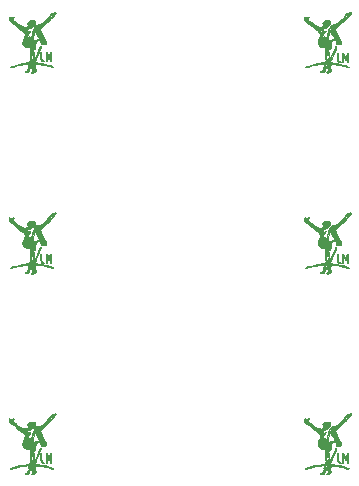
<source format=gbr>
%TF.GenerationSoftware,KiCad,Pcbnew,5.1.9-73d0e3b20d~88~ubuntu18.04.1*%
%TF.CreationDate,2021-01-03T17:48:49+01:00*%
%TF.ProjectId,ss_fp_87dc3_bridgeboard,73735f66-705f-4383-9764-63335f627269,r0.1*%
%TF.SameCoordinates,PX5f5e100PY2faf080*%
%TF.FileFunction,Legend,Bot*%
%TF.FilePolarity,Positive*%
%FSLAX46Y46*%
G04 Gerber Fmt 4.6, Leading zero omitted, Abs format (unit mm)*
G04 Created by KiCad (PCBNEW 5.1.9-73d0e3b20d~88~ubuntu18.04.1) date 2021-01-03 17:48:49*
%MOMM*%
%LPD*%
G01*
G04 APERTURE LIST*
%ADD10C,0.150000*%
%ADD11C,0.010000*%
G04 APERTURE END LIST*
D10*
X36738571Y-42611904D02*
X36738571Y-41811904D01*
X36538571Y-42383333D01*
X36338571Y-41811904D01*
X36338571Y-42611904D01*
X35881428Y-41811904D02*
X35881428Y-42383333D01*
X35910000Y-42497619D01*
X35967142Y-42573809D01*
X36052857Y-42611904D01*
X36110000Y-42611904D01*
X11638571Y-42611904D02*
X11638571Y-41811904D01*
X11438571Y-42383333D01*
X11238571Y-41811904D01*
X11238571Y-42611904D01*
X10781428Y-41811904D02*
X10781428Y-42383333D01*
X10810000Y-42497619D01*
X10867142Y-42573809D01*
X10952857Y-42611904D01*
X11010000Y-42611904D01*
X36738571Y-25711904D02*
X36738571Y-24911904D01*
X36538571Y-25483333D01*
X36338571Y-24911904D01*
X36338571Y-25711904D01*
X35881428Y-24911904D02*
X35881428Y-25483333D01*
X35910000Y-25597619D01*
X35967142Y-25673809D01*
X36052857Y-25711904D01*
X36110000Y-25711904D01*
X11638571Y-25711904D02*
X11638571Y-24911904D01*
X11438571Y-25483333D01*
X11238571Y-24911904D01*
X11238571Y-25711904D01*
X10781428Y-24911904D02*
X10781428Y-25483333D01*
X10810000Y-25597619D01*
X10867142Y-25673809D01*
X10952857Y-25711904D01*
X11010000Y-25711904D01*
X11638571Y-8611904D02*
X11638571Y-7811904D01*
X11438571Y-8383333D01*
X11238571Y-7811904D01*
X11238571Y-8611904D01*
X10781428Y-7811904D02*
X10781428Y-8383333D01*
X10810000Y-8497619D01*
X10867142Y-8573809D01*
X10952857Y-8611904D01*
X11010000Y-8611904D01*
X36738571Y-8711904D02*
X36738571Y-7911904D01*
X36538571Y-8483333D01*
X36338571Y-7911904D01*
X36338571Y-8711904D01*
X35881428Y-7911904D02*
X35881428Y-8483333D01*
X35910000Y-8597619D01*
X35967142Y-8673809D01*
X36052857Y-8711904D01*
X36110000Y-8711904D01*
D11*
%TO.C,Logo106*%
G36*
X8359583Y-39280209D02*
G01*
X8386042Y-39306667D01*
X8412500Y-39280209D01*
X8386042Y-39253750D01*
X8359583Y-39280209D01*
G37*
X8359583Y-39280209D02*
X8386042Y-39306667D01*
X8412500Y-39280209D01*
X8386042Y-39253750D01*
X8359583Y-39280209D01*
G36*
X9641772Y-43220801D02*
G01*
X9597634Y-43265417D01*
X9555597Y-43354216D01*
X9558024Y-43393896D01*
X9539157Y-43428988D01*
X9503538Y-43434167D01*
X9412111Y-43465216D01*
X9391458Y-43487084D01*
X9413471Y-43523390D01*
X9520306Y-43539716D01*
X9541349Y-43540000D01*
X9671604Y-43526102D01*
X9735890Y-43468059D01*
X9759207Y-43399499D01*
X9763023Y-43276010D01*
X9716308Y-43210161D01*
X9641772Y-43220801D01*
G37*
X9641772Y-43220801D02*
X9597634Y-43265417D01*
X9555597Y-43354216D01*
X9558024Y-43393896D01*
X9539157Y-43428988D01*
X9503538Y-43434167D01*
X9412111Y-43465216D01*
X9391458Y-43487084D01*
X9413471Y-43523390D01*
X9520306Y-43539716D01*
X9541349Y-43540000D01*
X9671604Y-43526102D01*
X9735890Y-43468059D01*
X9759207Y-43399499D01*
X9763023Y-43276010D01*
X9716308Y-43210161D01*
X9641772Y-43220801D01*
G36*
X11830670Y-38453118D02*
G01*
X11823396Y-38463608D01*
X11751111Y-38498425D01*
X11714439Y-38491727D01*
X11649510Y-38490712D01*
X11640417Y-38509172D01*
X11604809Y-38570499D01*
X11510248Y-38684954D01*
X11375125Y-38833427D01*
X11217830Y-38996807D01*
X11056756Y-39155983D01*
X10910293Y-39291846D01*
X10798289Y-39384227D01*
X10635344Y-39473779D01*
X10506729Y-39488156D01*
X10373131Y-39505453D01*
X10277295Y-39570765D01*
X10179281Y-39684889D01*
X10170274Y-39757826D01*
X10248709Y-39782917D01*
X10307083Y-39797245D01*
X10275167Y-39846417D01*
X10222147Y-39932285D01*
X10227620Y-40040955D01*
X10296587Y-40190814D01*
X10420658Y-40381216D01*
X10519413Y-40531979D01*
X10581294Y-40646039D01*
X10593605Y-40699825D01*
X10592637Y-40700540D01*
X10465307Y-40753613D01*
X10307720Y-40796062D01*
X10165569Y-40817627D01*
X10093042Y-40812714D01*
X10049543Y-40783158D01*
X10037122Y-40722341D01*
X10054982Y-40603766D01*
X10083081Y-40480546D01*
X10123360Y-40277489D01*
X10148320Y-40084552D01*
X10152549Y-39994584D01*
X10150117Y-39809375D01*
X10069444Y-39994584D01*
X10013171Y-40155017D01*
X9958015Y-40361483D01*
X9932571Y-40481686D01*
X9895563Y-40637843D01*
X9856706Y-40735919D01*
X9830200Y-40755045D01*
X9805534Y-40688148D01*
X9814792Y-40629584D01*
X9814058Y-40527813D01*
X9741997Y-40490997D01*
X9626145Y-40525590D01*
X9534281Y-40566332D01*
X9505312Y-40552275D01*
X9541198Y-40475928D01*
X9643900Y-40329800D01*
X9695181Y-40261849D01*
X9805597Y-40108660D01*
X9847263Y-40027288D01*
X9823050Y-40011635D01*
X9811071Y-40015652D01*
X9681193Y-40057048D01*
X9616653Y-40041528D01*
X9611728Y-40027300D01*
X9514564Y-40027300D01*
X9485110Y-40126462D01*
X9433780Y-40197808D01*
X9410785Y-40206250D01*
X9382528Y-40164073D01*
X9394466Y-40087188D01*
X9438269Y-39969320D01*
X9476152Y-39938586D01*
X9502123Y-39955318D01*
X9514564Y-40027300D01*
X9611728Y-40027300D01*
X9588537Y-39960312D01*
X9586496Y-39947448D01*
X9587881Y-39857110D01*
X9639764Y-39848845D01*
X9646019Y-39851123D01*
X9737680Y-39838715D01*
X9870239Y-39768576D01*
X10014184Y-39661990D01*
X10140003Y-39540240D01*
X10207993Y-39445823D01*
X10211950Y-39433171D01*
X10039739Y-39433171D01*
X10001837Y-39489189D01*
X9889673Y-39586506D01*
X9816629Y-39626732D01*
X9719162Y-39665005D01*
X9685927Y-39666488D01*
X9682500Y-39632700D01*
X9682500Y-39632661D01*
X9730547Y-39576723D01*
X9865982Y-39495561D01*
X10026458Y-39418822D01*
X10039739Y-39433171D01*
X10211950Y-39433171D01*
X10254888Y-39295884D01*
X10207216Y-39192528D01*
X10062880Y-39131452D01*
X10053725Y-39129558D01*
X9884688Y-39128198D01*
X9727181Y-39179121D01*
X9613873Y-39266481D01*
X9576667Y-39360942D01*
X9600666Y-39446163D01*
X9633363Y-39465417D01*
X9648123Y-39494843D01*
X9611630Y-39543847D01*
X9536529Y-39638100D01*
X9512020Y-39685816D01*
X9451399Y-39719320D01*
X9326489Y-39704914D01*
X9162293Y-39651501D01*
X8983811Y-39567987D01*
X8816046Y-39463273D01*
X8756891Y-39416896D01*
X8612355Y-39298996D01*
X8593794Y-39284997D01*
X8492764Y-39284997D01*
X8488448Y-39312212D01*
X8412380Y-39358061D01*
X8343383Y-39325744D01*
X8327309Y-39264360D01*
X8381222Y-39228175D01*
X8440349Y-39235148D01*
X8492764Y-39284997D01*
X8593794Y-39284997D01*
X8486243Y-39203884D01*
X8434187Y-39169262D01*
X8369166Y-39113277D01*
X8372652Y-39035272D01*
X8399174Y-38970825D01*
X8434518Y-38862607D01*
X8402379Y-38835400D01*
X8308442Y-38881117D01*
X8201687Y-38895982D01*
X8161642Y-38872766D01*
X8081738Y-38841149D01*
X8030902Y-38907173D01*
X8010493Y-39015607D01*
X8038137Y-39149117D01*
X8102609Y-39204905D01*
X8233158Y-39288394D01*
X8297443Y-39338586D01*
X8524708Y-39532763D01*
X8740803Y-39712196D01*
X8930405Y-39864676D01*
X9078189Y-39977993D01*
X9168830Y-40039935D01*
X9187573Y-40047835D01*
X9241997Y-40089474D01*
X9313448Y-40190282D01*
X9319285Y-40200370D01*
X9365875Y-40295109D01*
X9377182Y-40380619D01*
X9351755Y-40495048D01*
X9302703Y-40636598D01*
X9223838Y-40860934D01*
X9181786Y-41012032D01*
X9174829Y-41115225D01*
X9201250Y-41195848D01*
X9259142Y-41278992D01*
X9369666Y-41382277D01*
X9510041Y-41420838D01*
X9580508Y-41423334D01*
X9788333Y-41423334D01*
X9789144Y-41859896D01*
X9794992Y-42071989D01*
X9809804Y-42247824D01*
X9830711Y-42356816D01*
X9837119Y-42370960D01*
X9858934Y-42489979D01*
X9800686Y-42608218D01*
X9683512Y-42693923D01*
X9608261Y-42714819D01*
X9207434Y-42776713D01*
X8883971Y-42839129D01*
X8609551Y-42908196D01*
X8386042Y-42979379D01*
X8208594Y-43047502D01*
X8127104Y-43091539D01*
X8134112Y-43109870D01*
X8222153Y-43100874D01*
X8383765Y-43062929D01*
X8548337Y-43014632D01*
X8765827Y-42959533D01*
X9032843Y-42910224D01*
X9293176Y-42877016D01*
X9303732Y-42876074D01*
X9738081Y-42838185D01*
X9684412Y-42979346D01*
X9657239Y-43085561D01*
X9696115Y-43141095D01*
X9749226Y-43164550D01*
X9866567Y-43190268D01*
X9929074Y-43185262D01*
X9995178Y-43199270D01*
X10027892Y-43278623D01*
X10022304Y-43386736D01*
X9973500Y-43487024D01*
X9970110Y-43490876D01*
X9910262Y-43565296D01*
X9932785Y-43589725D01*
X10005028Y-43591234D01*
X10150117Y-43557627D01*
X10236805Y-43510546D01*
X10307850Y-43427605D01*
X10289722Y-43340250D01*
X10259461Y-43228018D01*
X10253055Y-43072890D01*
X10254549Y-43050521D01*
X10274834Y-42919178D01*
X10279364Y-42913780D01*
X9929816Y-42913780D01*
X9916461Y-43023953D01*
X9878643Y-43092800D01*
X9845344Y-43077411D01*
X9824302Y-42999333D01*
X9823254Y-42880115D01*
X9835373Y-42798125D01*
X9874030Y-42613959D01*
X9912694Y-42763979D01*
X9929816Y-42913780D01*
X10279364Y-42913780D01*
X10321821Y-42863194D01*
X10408964Y-42852084D01*
X10585249Y-42864991D01*
X10823243Y-42898894D01*
X11082654Y-42946565D01*
X11323191Y-43000777D01*
X11470287Y-43042462D01*
X11664498Y-43099234D01*
X11771499Y-43114561D01*
X11787125Y-43088079D01*
X11770063Y-43068700D01*
X11676983Y-43017635D01*
X11507529Y-42956487D01*
X11289664Y-42892890D01*
X11051354Y-42834475D01*
X10820564Y-42788875D01*
X10665686Y-42767308D01*
X10480596Y-42743736D01*
X10335250Y-42716841D01*
X10268022Y-42695458D01*
X10257108Y-42673355D01*
X10105833Y-42673355D01*
X10080093Y-42689194D01*
X10009747Y-42621217D01*
X9993250Y-42600729D01*
X9947485Y-42538050D01*
X9974888Y-42551190D01*
X10013229Y-42580750D01*
X10086517Y-42646028D01*
X10105833Y-42673355D01*
X10257108Y-42673355D01*
X10252318Y-42663657D01*
X10260622Y-42593858D01*
X10296818Y-42475498D01*
X10364790Y-42298015D01*
X10468423Y-42050846D01*
X10611601Y-41723428D01*
X10692063Y-41542396D01*
X10741163Y-41409015D01*
X10750056Y-41329032D01*
X10737446Y-41317500D01*
X10685396Y-41362114D01*
X10622838Y-41473383D01*
X10604916Y-41515938D01*
X10532956Y-41692663D01*
X10460947Y-41859022D01*
X10454527Y-41873125D01*
X10381266Y-42042401D01*
X10316271Y-42204990D01*
X10246237Y-42358359D01*
X10194544Y-42410320D01*
X10167026Y-42361540D01*
X10169490Y-42214144D01*
X10105833Y-42214144D01*
X10083335Y-42363003D01*
X10026214Y-42427689D01*
X9950029Y-42400269D01*
X9893792Y-42322216D01*
X9867445Y-42193597D01*
X9928399Y-42103324D01*
X10013229Y-42077442D01*
X10084335Y-42103881D01*
X10105826Y-42211057D01*
X10105833Y-42214144D01*
X10169490Y-42214144D01*
X10169515Y-42212685D01*
X10172066Y-42188501D01*
X10175881Y-41969575D01*
X10126166Y-41818486D01*
X10121752Y-41811549D01*
X10071225Y-41714743D01*
X10088439Y-41648437D01*
X10120819Y-41612455D01*
X10196675Y-41562991D01*
X10231826Y-41566964D01*
X10253058Y-41543213D01*
X10264128Y-41443011D01*
X10264583Y-41412309D01*
X10277843Y-41162613D01*
X10305439Y-41061037D01*
X9935958Y-41061037D01*
X9916326Y-41124414D01*
X9866788Y-41183945D01*
X9836232Y-41182107D01*
X9826473Y-41126476D01*
X9855006Y-41081915D01*
X9922650Y-41026280D01*
X9935958Y-41061037D01*
X10305439Y-41061037D01*
X10323855Y-40993255D01*
X10411971Y-40881359D01*
X10504921Y-40824394D01*
X10682052Y-40739926D01*
X10698214Y-40962567D01*
X10714724Y-41102416D01*
X10749800Y-41163504D01*
X10822757Y-41172900D01*
X10846667Y-41170624D01*
X10988433Y-41158207D01*
X11070521Y-41154028D01*
X11156754Y-41134999D01*
X11185831Y-41074396D01*
X11156139Y-40959410D01*
X11066069Y-40777234D01*
X11010814Y-40679278D01*
X10899098Y-40473115D01*
X10802604Y-40273048D01*
X10740259Y-40118639D01*
X10735823Y-40104560D01*
X10674850Y-39901052D01*
X11091488Y-39499798D01*
X11264422Y-39332842D01*
X11409774Y-39191755D01*
X11510135Y-39093483D01*
X11546325Y-39057084D01*
X11610926Y-38985721D01*
X11521609Y-38985721D01*
X11514371Y-38989167D01*
X11466080Y-38951915D01*
X11455208Y-38936250D01*
X11441724Y-38886779D01*
X11448963Y-38883334D01*
X11497253Y-38920586D01*
X11508125Y-38936250D01*
X11521609Y-38985721D01*
X11610926Y-38985721D01*
X11745931Y-38836586D01*
X11657784Y-38836586D01*
X11603474Y-38883662D01*
X11532027Y-38861757D01*
X11511831Y-38836413D01*
X11521461Y-38768245D01*
X11555445Y-38729229D01*
X11623161Y-38699047D01*
X11657049Y-38744518D01*
X11657784Y-38836586D01*
X11745931Y-38836586D01*
X11750800Y-38831208D01*
X11888716Y-38668703D01*
X11968845Y-38558603D01*
X11999924Y-38490134D01*
X11976440Y-38424161D01*
X11904207Y-38409445D01*
X11830670Y-38453118D01*
G37*
X11830670Y-38453118D02*
X11823396Y-38463608D01*
X11751111Y-38498425D01*
X11714439Y-38491727D01*
X11649510Y-38490712D01*
X11640417Y-38509172D01*
X11604809Y-38570499D01*
X11510248Y-38684954D01*
X11375125Y-38833427D01*
X11217830Y-38996807D01*
X11056756Y-39155983D01*
X10910293Y-39291846D01*
X10798289Y-39384227D01*
X10635344Y-39473779D01*
X10506729Y-39488156D01*
X10373131Y-39505453D01*
X10277295Y-39570765D01*
X10179281Y-39684889D01*
X10170274Y-39757826D01*
X10248709Y-39782917D01*
X10307083Y-39797245D01*
X10275167Y-39846417D01*
X10222147Y-39932285D01*
X10227620Y-40040955D01*
X10296587Y-40190814D01*
X10420658Y-40381216D01*
X10519413Y-40531979D01*
X10581294Y-40646039D01*
X10593605Y-40699825D01*
X10592637Y-40700540D01*
X10465307Y-40753613D01*
X10307720Y-40796062D01*
X10165569Y-40817627D01*
X10093042Y-40812714D01*
X10049543Y-40783158D01*
X10037122Y-40722341D01*
X10054982Y-40603766D01*
X10083081Y-40480546D01*
X10123360Y-40277489D01*
X10148320Y-40084552D01*
X10152549Y-39994584D01*
X10150117Y-39809375D01*
X10069444Y-39994584D01*
X10013171Y-40155017D01*
X9958015Y-40361483D01*
X9932571Y-40481686D01*
X9895563Y-40637843D01*
X9856706Y-40735919D01*
X9830200Y-40755045D01*
X9805534Y-40688148D01*
X9814792Y-40629584D01*
X9814058Y-40527813D01*
X9741997Y-40490997D01*
X9626145Y-40525590D01*
X9534281Y-40566332D01*
X9505312Y-40552275D01*
X9541198Y-40475928D01*
X9643900Y-40329800D01*
X9695181Y-40261849D01*
X9805597Y-40108660D01*
X9847263Y-40027288D01*
X9823050Y-40011635D01*
X9811071Y-40015652D01*
X9681193Y-40057048D01*
X9616653Y-40041528D01*
X9611728Y-40027300D01*
X9514564Y-40027300D01*
X9485110Y-40126462D01*
X9433780Y-40197808D01*
X9410785Y-40206250D01*
X9382528Y-40164073D01*
X9394466Y-40087188D01*
X9438269Y-39969320D01*
X9476152Y-39938586D01*
X9502123Y-39955318D01*
X9514564Y-40027300D01*
X9611728Y-40027300D01*
X9588537Y-39960312D01*
X9586496Y-39947448D01*
X9587881Y-39857110D01*
X9639764Y-39848845D01*
X9646019Y-39851123D01*
X9737680Y-39838715D01*
X9870239Y-39768576D01*
X10014184Y-39661990D01*
X10140003Y-39540240D01*
X10207993Y-39445823D01*
X10211950Y-39433171D01*
X10039739Y-39433171D01*
X10001837Y-39489189D01*
X9889673Y-39586506D01*
X9816629Y-39626732D01*
X9719162Y-39665005D01*
X9685927Y-39666488D01*
X9682500Y-39632700D01*
X9682500Y-39632661D01*
X9730547Y-39576723D01*
X9865982Y-39495561D01*
X10026458Y-39418822D01*
X10039739Y-39433171D01*
X10211950Y-39433171D01*
X10254888Y-39295884D01*
X10207216Y-39192528D01*
X10062880Y-39131452D01*
X10053725Y-39129558D01*
X9884688Y-39128198D01*
X9727181Y-39179121D01*
X9613873Y-39266481D01*
X9576667Y-39360942D01*
X9600666Y-39446163D01*
X9633363Y-39465417D01*
X9648123Y-39494843D01*
X9611630Y-39543847D01*
X9536529Y-39638100D01*
X9512020Y-39685816D01*
X9451399Y-39719320D01*
X9326489Y-39704914D01*
X9162293Y-39651501D01*
X8983811Y-39567987D01*
X8816046Y-39463273D01*
X8756891Y-39416896D01*
X8612355Y-39298996D01*
X8593794Y-39284997D01*
X8492764Y-39284997D01*
X8488448Y-39312212D01*
X8412380Y-39358061D01*
X8343383Y-39325744D01*
X8327309Y-39264360D01*
X8381222Y-39228175D01*
X8440349Y-39235148D01*
X8492764Y-39284997D01*
X8593794Y-39284997D01*
X8486243Y-39203884D01*
X8434187Y-39169262D01*
X8369166Y-39113277D01*
X8372652Y-39035272D01*
X8399174Y-38970825D01*
X8434518Y-38862607D01*
X8402379Y-38835400D01*
X8308442Y-38881117D01*
X8201687Y-38895982D01*
X8161642Y-38872766D01*
X8081738Y-38841149D01*
X8030902Y-38907173D01*
X8010493Y-39015607D01*
X8038137Y-39149117D01*
X8102609Y-39204905D01*
X8233158Y-39288394D01*
X8297443Y-39338586D01*
X8524708Y-39532763D01*
X8740803Y-39712196D01*
X8930405Y-39864676D01*
X9078189Y-39977993D01*
X9168830Y-40039935D01*
X9187573Y-40047835D01*
X9241997Y-40089474D01*
X9313448Y-40190282D01*
X9319285Y-40200370D01*
X9365875Y-40295109D01*
X9377182Y-40380619D01*
X9351755Y-40495048D01*
X9302703Y-40636598D01*
X9223838Y-40860934D01*
X9181786Y-41012032D01*
X9174829Y-41115225D01*
X9201250Y-41195848D01*
X9259142Y-41278992D01*
X9369666Y-41382277D01*
X9510041Y-41420838D01*
X9580508Y-41423334D01*
X9788333Y-41423334D01*
X9789144Y-41859896D01*
X9794992Y-42071989D01*
X9809804Y-42247824D01*
X9830711Y-42356816D01*
X9837119Y-42370960D01*
X9858934Y-42489979D01*
X9800686Y-42608218D01*
X9683512Y-42693923D01*
X9608261Y-42714819D01*
X9207434Y-42776713D01*
X8883971Y-42839129D01*
X8609551Y-42908196D01*
X8386042Y-42979379D01*
X8208594Y-43047502D01*
X8127104Y-43091539D01*
X8134112Y-43109870D01*
X8222153Y-43100874D01*
X8383765Y-43062929D01*
X8548337Y-43014632D01*
X8765827Y-42959533D01*
X9032843Y-42910224D01*
X9293176Y-42877016D01*
X9303732Y-42876074D01*
X9738081Y-42838185D01*
X9684412Y-42979346D01*
X9657239Y-43085561D01*
X9696115Y-43141095D01*
X9749226Y-43164550D01*
X9866567Y-43190268D01*
X9929074Y-43185262D01*
X9995178Y-43199270D01*
X10027892Y-43278623D01*
X10022304Y-43386736D01*
X9973500Y-43487024D01*
X9970110Y-43490876D01*
X9910262Y-43565296D01*
X9932785Y-43589725D01*
X10005028Y-43591234D01*
X10150117Y-43557627D01*
X10236805Y-43510546D01*
X10307850Y-43427605D01*
X10289722Y-43340250D01*
X10259461Y-43228018D01*
X10253055Y-43072890D01*
X10254549Y-43050521D01*
X10274834Y-42919178D01*
X10279364Y-42913780D01*
X9929816Y-42913780D01*
X9916461Y-43023953D01*
X9878643Y-43092800D01*
X9845344Y-43077411D01*
X9824302Y-42999333D01*
X9823254Y-42880115D01*
X9835373Y-42798125D01*
X9874030Y-42613959D01*
X9912694Y-42763979D01*
X9929816Y-42913780D01*
X10279364Y-42913780D01*
X10321821Y-42863194D01*
X10408964Y-42852084D01*
X10585249Y-42864991D01*
X10823243Y-42898894D01*
X11082654Y-42946565D01*
X11323191Y-43000777D01*
X11470287Y-43042462D01*
X11664498Y-43099234D01*
X11771499Y-43114561D01*
X11787125Y-43088079D01*
X11770063Y-43068700D01*
X11676983Y-43017635D01*
X11507529Y-42956487D01*
X11289664Y-42892890D01*
X11051354Y-42834475D01*
X10820564Y-42788875D01*
X10665686Y-42767308D01*
X10480596Y-42743736D01*
X10335250Y-42716841D01*
X10268022Y-42695458D01*
X10257108Y-42673355D01*
X10105833Y-42673355D01*
X10080093Y-42689194D01*
X10009747Y-42621217D01*
X9993250Y-42600729D01*
X9947485Y-42538050D01*
X9974888Y-42551190D01*
X10013229Y-42580750D01*
X10086517Y-42646028D01*
X10105833Y-42673355D01*
X10257108Y-42673355D01*
X10252318Y-42663657D01*
X10260622Y-42593858D01*
X10296818Y-42475498D01*
X10364790Y-42298015D01*
X10468423Y-42050846D01*
X10611601Y-41723428D01*
X10692063Y-41542396D01*
X10741163Y-41409015D01*
X10750056Y-41329032D01*
X10737446Y-41317500D01*
X10685396Y-41362114D01*
X10622838Y-41473383D01*
X10604916Y-41515938D01*
X10532956Y-41692663D01*
X10460947Y-41859022D01*
X10454527Y-41873125D01*
X10381266Y-42042401D01*
X10316271Y-42204990D01*
X10246237Y-42358359D01*
X10194544Y-42410320D01*
X10167026Y-42361540D01*
X10169490Y-42214144D01*
X10105833Y-42214144D01*
X10083335Y-42363003D01*
X10026214Y-42427689D01*
X9950029Y-42400269D01*
X9893792Y-42322216D01*
X9867445Y-42193597D01*
X9928399Y-42103324D01*
X10013229Y-42077442D01*
X10084335Y-42103881D01*
X10105826Y-42211057D01*
X10105833Y-42214144D01*
X10169490Y-42214144D01*
X10169515Y-42212685D01*
X10172066Y-42188501D01*
X10175881Y-41969575D01*
X10126166Y-41818486D01*
X10121752Y-41811549D01*
X10071225Y-41714743D01*
X10088439Y-41648437D01*
X10120819Y-41612455D01*
X10196675Y-41562991D01*
X10231826Y-41566964D01*
X10253058Y-41543213D01*
X10264128Y-41443011D01*
X10264583Y-41412309D01*
X10277843Y-41162613D01*
X10305439Y-41061037D01*
X9935958Y-41061037D01*
X9916326Y-41124414D01*
X9866788Y-41183945D01*
X9836232Y-41182107D01*
X9826473Y-41126476D01*
X9855006Y-41081915D01*
X9922650Y-41026280D01*
X9935958Y-41061037D01*
X10305439Y-41061037D01*
X10323855Y-40993255D01*
X10411971Y-40881359D01*
X10504921Y-40824394D01*
X10682052Y-40739926D01*
X10698214Y-40962567D01*
X10714724Y-41102416D01*
X10749800Y-41163504D01*
X10822757Y-41172900D01*
X10846667Y-41170624D01*
X10988433Y-41158207D01*
X11070521Y-41154028D01*
X11156754Y-41134999D01*
X11185831Y-41074396D01*
X11156139Y-40959410D01*
X11066069Y-40777234D01*
X11010814Y-40679278D01*
X10899098Y-40473115D01*
X10802604Y-40273048D01*
X10740259Y-40118639D01*
X10735823Y-40104560D01*
X10674850Y-39901052D01*
X11091488Y-39499798D01*
X11264422Y-39332842D01*
X11409774Y-39191755D01*
X11510135Y-39093483D01*
X11546325Y-39057084D01*
X11610926Y-38985721D01*
X11521609Y-38985721D01*
X11514371Y-38989167D01*
X11466080Y-38951915D01*
X11455208Y-38936250D01*
X11441724Y-38886779D01*
X11448963Y-38883334D01*
X11497253Y-38920586D01*
X11508125Y-38936250D01*
X11521609Y-38985721D01*
X11610926Y-38985721D01*
X11745931Y-38836586D01*
X11657784Y-38836586D01*
X11603474Y-38883662D01*
X11532027Y-38861757D01*
X11511831Y-38836413D01*
X11521461Y-38768245D01*
X11555445Y-38729229D01*
X11623161Y-38699047D01*
X11657049Y-38744518D01*
X11657784Y-38836586D01*
X11745931Y-38836586D01*
X11750800Y-38831208D01*
X11888716Y-38668703D01*
X11968845Y-38558603D01*
X11999924Y-38490134D01*
X11976440Y-38424161D01*
X11904207Y-38409445D01*
X11830670Y-38453118D01*
%TO.C,Logo105*%
G36*
X33359583Y-39280209D02*
G01*
X33386042Y-39306667D01*
X33412500Y-39280209D01*
X33386042Y-39253750D01*
X33359583Y-39280209D01*
G37*
X33359583Y-39280209D02*
X33386042Y-39306667D01*
X33412500Y-39280209D01*
X33386042Y-39253750D01*
X33359583Y-39280209D01*
G36*
X34641772Y-43220801D02*
G01*
X34597634Y-43265417D01*
X34555597Y-43354216D01*
X34558024Y-43393896D01*
X34539157Y-43428988D01*
X34503538Y-43434167D01*
X34412111Y-43465216D01*
X34391458Y-43487084D01*
X34413471Y-43523390D01*
X34520306Y-43539716D01*
X34541349Y-43540000D01*
X34671604Y-43526102D01*
X34735890Y-43468059D01*
X34759207Y-43399499D01*
X34763023Y-43276010D01*
X34716308Y-43210161D01*
X34641772Y-43220801D01*
G37*
X34641772Y-43220801D02*
X34597634Y-43265417D01*
X34555597Y-43354216D01*
X34558024Y-43393896D01*
X34539157Y-43428988D01*
X34503538Y-43434167D01*
X34412111Y-43465216D01*
X34391458Y-43487084D01*
X34413471Y-43523390D01*
X34520306Y-43539716D01*
X34541349Y-43540000D01*
X34671604Y-43526102D01*
X34735890Y-43468059D01*
X34759207Y-43399499D01*
X34763023Y-43276010D01*
X34716308Y-43210161D01*
X34641772Y-43220801D01*
G36*
X36830670Y-38453118D02*
G01*
X36823396Y-38463608D01*
X36751111Y-38498425D01*
X36714439Y-38491727D01*
X36649510Y-38490712D01*
X36640417Y-38509172D01*
X36604809Y-38570499D01*
X36510248Y-38684954D01*
X36375125Y-38833427D01*
X36217830Y-38996807D01*
X36056756Y-39155983D01*
X35910293Y-39291846D01*
X35798289Y-39384227D01*
X35635344Y-39473779D01*
X35506729Y-39488156D01*
X35373131Y-39505453D01*
X35277295Y-39570765D01*
X35179281Y-39684889D01*
X35170274Y-39757826D01*
X35248709Y-39782917D01*
X35307083Y-39797245D01*
X35275167Y-39846417D01*
X35222147Y-39932285D01*
X35227620Y-40040955D01*
X35296587Y-40190814D01*
X35420658Y-40381216D01*
X35519413Y-40531979D01*
X35581294Y-40646039D01*
X35593605Y-40699825D01*
X35592637Y-40700540D01*
X35465307Y-40753613D01*
X35307720Y-40796062D01*
X35165569Y-40817627D01*
X35093042Y-40812714D01*
X35049543Y-40783158D01*
X35037122Y-40722341D01*
X35054982Y-40603766D01*
X35083081Y-40480546D01*
X35123360Y-40277489D01*
X35148320Y-40084552D01*
X35152549Y-39994584D01*
X35150117Y-39809375D01*
X35069444Y-39994584D01*
X35013171Y-40155017D01*
X34958015Y-40361483D01*
X34932571Y-40481686D01*
X34895563Y-40637843D01*
X34856706Y-40735919D01*
X34830200Y-40755045D01*
X34805534Y-40688148D01*
X34814792Y-40629584D01*
X34814058Y-40527813D01*
X34741997Y-40490997D01*
X34626145Y-40525590D01*
X34534281Y-40566332D01*
X34505312Y-40552275D01*
X34541198Y-40475928D01*
X34643900Y-40329800D01*
X34695181Y-40261849D01*
X34805597Y-40108660D01*
X34847263Y-40027288D01*
X34823050Y-40011635D01*
X34811071Y-40015652D01*
X34681193Y-40057048D01*
X34616653Y-40041528D01*
X34611728Y-40027300D01*
X34514564Y-40027300D01*
X34485110Y-40126462D01*
X34433780Y-40197808D01*
X34410785Y-40206250D01*
X34382528Y-40164073D01*
X34394466Y-40087188D01*
X34438269Y-39969320D01*
X34476152Y-39938586D01*
X34502123Y-39955318D01*
X34514564Y-40027300D01*
X34611728Y-40027300D01*
X34588537Y-39960312D01*
X34586496Y-39947448D01*
X34587881Y-39857110D01*
X34639764Y-39848845D01*
X34646019Y-39851123D01*
X34737680Y-39838715D01*
X34870239Y-39768576D01*
X35014184Y-39661990D01*
X35140003Y-39540240D01*
X35207993Y-39445823D01*
X35211950Y-39433171D01*
X35039739Y-39433171D01*
X35001837Y-39489189D01*
X34889673Y-39586506D01*
X34816629Y-39626732D01*
X34719162Y-39665005D01*
X34685927Y-39666488D01*
X34682500Y-39632700D01*
X34682500Y-39632661D01*
X34730547Y-39576723D01*
X34865982Y-39495561D01*
X35026458Y-39418822D01*
X35039739Y-39433171D01*
X35211950Y-39433171D01*
X35254888Y-39295884D01*
X35207216Y-39192528D01*
X35062880Y-39131452D01*
X35053725Y-39129558D01*
X34884688Y-39128198D01*
X34727181Y-39179121D01*
X34613873Y-39266481D01*
X34576667Y-39360942D01*
X34600666Y-39446163D01*
X34633363Y-39465417D01*
X34648123Y-39494843D01*
X34611630Y-39543847D01*
X34536529Y-39638100D01*
X34512020Y-39685816D01*
X34451399Y-39719320D01*
X34326489Y-39704914D01*
X34162293Y-39651501D01*
X33983811Y-39567987D01*
X33816046Y-39463273D01*
X33756891Y-39416896D01*
X33612355Y-39298996D01*
X33593794Y-39284997D01*
X33492764Y-39284997D01*
X33488448Y-39312212D01*
X33412380Y-39358061D01*
X33343383Y-39325744D01*
X33327309Y-39264360D01*
X33381222Y-39228175D01*
X33440349Y-39235148D01*
X33492764Y-39284997D01*
X33593794Y-39284997D01*
X33486243Y-39203884D01*
X33434187Y-39169262D01*
X33369166Y-39113277D01*
X33372652Y-39035272D01*
X33399174Y-38970825D01*
X33434518Y-38862607D01*
X33402379Y-38835400D01*
X33308442Y-38881117D01*
X33201687Y-38895982D01*
X33161642Y-38872766D01*
X33081738Y-38841149D01*
X33030902Y-38907173D01*
X33010493Y-39015607D01*
X33038137Y-39149117D01*
X33102609Y-39204905D01*
X33233158Y-39288394D01*
X33297443Y-39338586D01*
X33524708Y-39532763D01*
X33740803Y-39712196D01*
X33930405Y-39864676D01*
X34078189Y-39977993D01*
X34168830Y-40039935D01*
X34187573Y-40047835D01*
X34241997Y-40089474D01*
X34313448Y-40190282D01*
X34319285Y-40200370D01*
X34365875Y-40295109D01*
X34377182Y-40380619D01*
X34351755Y-40495048D01*
X34302703Y-40636598D01*
X34223838Y-40860934D01*
X34181786Y-41012032D01*
X34174829Y-41115225D01*
X34201250Y-41195848D01*
X34259142Y-41278992D01*
X34369666Y-41382277D01*
X34510041Y-41420838D01*
X34580508Y-41423334D01*
X34788333Y-41423334D01*
X34789144Y-41859896D01*
X34794992Y-42071989D01*
X34809804Y-42247824D01*
X34830711Y-42356816D01*
X34837119Y-42370960D01*
X34858934Y-42489979D01*
X34800686Y-42608218D01*
X34683512Y-42693923D01*
X34608261Y-42714819D01*
X34207434Y-42776713D01*
X33883971Y-42839129D01*
X33609551Y-42908196D01*
X33386042Y-42979379D01*
X33208594Y-43047502D01*
X33127104Y-43091539D01*
X33134112Y-43109870D01*
X33222153Y-43100874D01*
X33383765Y-43062929D01*
X33548337Y-43014632D01*
X33765827Y-42959533D01*
X34032843Y-42910224D01*
X34293176Y-42877016D01*
X34303732Y-42876074D01*
X34738081Y-42838185D01*
X34684412Y-42979346D01*
X34657239Y-43085561D01*
X34696115Y-43141095D01*
X34749226Y-43164550D01*
X34866567Y-43190268D01*
X34929074Y-43185262D01*
X34995178Y-43199270D01*
X35027892Y-43278623D01*
X35022304Y-43386736D01*
X34973500Y-43487024D01*
X34970110Y-43490876D01*
X34910262Y-43565296D01*
X34932785Y-43589725D01*
X35005028Y-43591234D01*
X35150117Y-43557627D01*
X35236805Y-43510546D01*
X35307850Y-43427605D01*
X35289722Y-43340250D01*
X35259461Y-43228018D01*
X35253055Y-43072890D01*
X35254549Y-43050521D01*
X35274834Y-42919178D01*
X35279364Y-42913780D01*
X34929816Y-42913780D01*
X34916461Y-43023953D01*
X34878643Y-43092800D01*
X34845344Y-43077411D01*
X34824302Y-42999333D01*
X34823254Y-42880115D01*
X34835373Y-42798125D01*
X34874030Y-42613959D01*
X34912694Y-42763979D01*
X34929816Y-42913780D01*
X35279364Y-42913780D01*
X35321821Y-42863194D01*
X35408964Y-42852084D01*
X35585249Y-42864991D01*
X35823243Y-42898894D01*
X36082654Y-42946565D01*
X36323191Y-43000777D01*
X36470287Y-43042462D01*
X36664498Y-43099234D01*
X36771499Y-43114561D01*
X36787125Y-43088079D01*
X36770063Y-43068700D01*
X36676983Y-43017635D01*
X36507529Y-42956487D01*
X36289664Y-42892890D01*
X36051354Y-42834475D01*
X35820564Y-42788875D01*
X35665686Y-42767308D01*
X35480596Y-42743736D01*
X35335250Y-42716841D01*
X35268022Y-42695458D01*
X35257108Y-42673355D01*
X35105833Y-42673355D01*
X35080093Y-42689194D01*
X35009747Y-42621217D01*
X34993250Y-42600729D01*
X34947485Y-42538050D01*
X34974888Y-42551190D01*
X35013229Y-42580750D01*
X35086517Y-42646028D01*
X35105833Y-42673355D01*
X35257108Y-42673355D01*
X35252318Y-42663657D01*
X35260622Y-42593858D01*
X35296818Y-42475498D01*
X35364790Y-42298015D01*
X35468423Y-42050846D01*
X35611601Y-41723428D01*
X35692063Y-41542396D01*
X35741163Y-41409015D01*
X35750056Y-41329032D01*
X35737446Y-41317500D01*
X35685396Y-41362114D01*
X35622838Y-41473383D01*
X35604916Y-41515938D01*
X35532956Y-41692663D01*
X35460947Y-41859022D01*
X35454527Y-41873125D01*
X35381266Y-42042401D01*
X35316271Y-42204990D01*
X35246237Y-42358359D01*
X35194544Y-42410320D01*
X35167026Y-42361540D01*
X35169490Y-42214144D01*
X35105833Y-42214144D01*
X35083335Y-42363003D01*
X35026214Y-42427689D01*
X34950029Y-42400269D01*
X34893792Y-42322216D01*
X34867445Y-42193597D01*
X34928399Y-42103324D01*
X35013229Y-42077442D01*
X35084335Y-42103881D01*
X35105826Y-42211057D01*
X35105833Y-42214144D01*
X35169490Y-42214144D01*
X35169515Y-42212685D01*
X35172066Y-42188501D01*
X35175881Y-41969575D01*
X35126166Y-41818486D01*
X35121752Y-41811549D01*
X35071225Y-41714743D01*
X35088439Y-41648437D01*
X35120819Y-41612455D01*
X35196675Y-41562991D01*
X35231826Y-41566964D01*
X35253058Y-41543213D01*
X35264128Y-41443011D01*
X35264583Y-41412309D01*
X35277843Y-41162613D01*
X35305439Y-41061037D01*
X34935958Y-41061037D01*
X34916326Y-41124414D01*
X34866788Y-41183945D01*
X34836232Y-41182107D01*
X34826473Y-41126476D01*
X34855006Y-41081915D01*
X34922650Y-41026280D01*
X34935958Y-41061037D01*
X35305439Y-41061037D01*
X35323855Y-40993255D01*
X35411971Y-40881359D01*
X35504921Y-40824394D01*
X35682052Y-40739926D01*
X35698214Y-40962567D01*
X35714724Y-41102416D01*
X35749800Y-41163504D01*
X35822757Y-41172900D01*
X35846667Y-41170624D01*
X35988433Y-41158207D01*
X36070521Y-41154028D01*
X36156754Y-41134999D01*
X36185831Y-41074396D01*
X36156139Y-40959410D01*
X36066069Y-40777234D01*
X36010814Y-40679278D01*
X35899098Y-40473115D01*
X35802604Y-40273048D01*
X35740259Y-40118639D01*
X35735823Y-40104560D01*
X35674850Y-39901052D01*
X36091488Y-39499798D01*
X36264422Y-39332842D01*
X36409774Y-39191755D01*
X36510135Y-39093483D01*
X36546325Y-39057084D01*
X36610926Y-38985721D01*
X36521609Y-38985721D01*
X36514371Y-38989167D01*
X36466080Y-38951915D01*
X36455208Y-38936250D01*
X36441724Y-38886779D01*
X36448963Y-38883334D01*
X36497253Y-38920586D01*
X36508125Y-38936250D01*
X36521609Y-38985721D01*
X36610926Y-38985721D01*
X36745931Y-38836586D01*
X36657784Y-38836586D01*
X36603474Y-38883662D01*
X36532027Y-38861757D01*
X36511831Y-38836413D01*
X36521461Y-38768245D01*
X36555445Y-38729229D01*
X36623161Y-38699047D01*
X36657049Y-38744518D01*
X36657784Y-38836586D01*
X36745931Y-38836586D01*
X36750800Y-38831208D01*
X36888716Y-38668703D01*
X36968845Y-38558603D01*
X36999924Y-38490134D01*
X36976440Y-38424161D01*
X36904207Y-38409445D01*
X36830670Y-38453118D01*
G37*
X36830670Y-38453118D02*
X36823396Y-38463608D01*
X36751111Y-38498425D01*
X36714439Y-38491727D01*
X36649510Y-38490712D01*
X36640417Y-38509172D01*
X36604809Y-38570499D01*
X36510248Y-38684954D01*
X36375125Y-38833427D01*
X36217830Y-38996807D01*
X36056756Y-39155983D01*
X35910293Y-39291846D01*
X35798289Y-39384227D01*
X35635344Y-39473779D01*
X35506729Y-39488156D01*
X35373131Y-39505453D01*
X35277295Y-39570765D01*
X35179281Y-39684889D01*
X35170274Y-39757826D01*
X35248709Y-39782917D01*
X35307083Y-39797245D01*
X35275167Y-39846417D01*
X35222147Y-39932285D01*
X35227620Y-40040955D01*
X35296587Y-40190814D01*
X35420658Y-40381216D01*
X35519413Y-40531979D01*
X35581294Y-40646039D01*
X35593605Y-40699825D01*
X35592637Y-40700540D01*
X35465307Y-40753613D01*
X35307720Y-40796062D01*
X35165569Y-40817627D01*
X35093042Y-40812714D01*
X35049543Y-40783158D01*
X35037122Y-40722341D01*
X35054982Y-40603766D01*
X35083081Y-40480546D01*
X35123360Y-40277489D01*
X35148320Y-40084552D01*
X35152549Y-39994584D01*
X35150117Y-39809375D01*
X35069444Y-39994584D01*
X35013171Y-40155017D01*
X34958015Y-40361483D01*
X34932571Y-40481686D01*
X34895563Y-40637843D01*
X34856706Y-40735919D01*
X34830200Y-40755045D01*
X34805534Y-40688148D01*
X34814792Y-40629584D01*
X34814058Y-40527813D01*
X34741997Y-40490997D01*
X34626145Y-40525590D01*
X34534281Y-40566332D01*
X34505312Y-40552275D01*
X34541198Y-40475928D01*
X34643900Y-40329800D01*
X34695181Y-40261849D01*
X34805597Y-40108660D01*
X34847263Y-40027288D01*
X34823050Y-40011635D01*
X34811071Y-40015652D01*
X34681193Y-40057048D01*
X34616653Y-40041528D01*
X34611728Y-40027300D01*
X34514564Y-40027300D01*
X34485110Y-40126462D01*
X34433780Y-40197808D01*
X34410785Y-40206250D01*
X34382528Y-40164073D01*
X34394466Y-40087188D01*
X34438269Y-39969320D01*
X34476152Y-39938586D01*
X34502123Y-39955318D01*
X34514564Y-40027300D01*
X34611728Y-40027300D01*
X34588537Y-39960312D01*
X34586496Y-39947448D01*
X34587881Y-39857110D01*
X34639764Y-39848845D01*
X34646019Y-39851123D01*
X34737680Y-39838715D01*
X34870239Y-39768576D01*
X35014184Y-39661990D01*
X35140003Y-39540240D01*
X35207993Y-39445823D01*
X35211950Y-39433171D01*
X35039739Y-39433171D01*
X35001837Y-39489189D01*
X34889673Y-39586506D01*
X34816629Y-39626732D01*
X34719162Y-39665005D01*
X34685927Y-39666488D01*
X34682500Y-39632700D01*
X34682500Y-39632661D01*
X34730547Y-39576723D01*
X34865982Y-39495561D01*
X35026458Y-39418822D01*
X35039739Y-39433171D01*
X35211950Y-39433171D01*
X35254888Y-39295884D01*
X35207216Y-39192528D01*
X35062880Y-39131452D01*
X35053725Y-39129558D01*
X34884688Y-39128198D01*
X34727181Y-39179121D01*
X34613873Y-39266481D01*
X34576667Y-39360942D01*
X34600666Y-39446163D01*
X34633363Y-39465417D01*
X34648123Y-39494843D01*
X34611630Y-39543847D01*
X34536529Y-39638100D01*
X34512020Y-39685816D01*
X34451399Y-39719320D01*
X34326489Y-39704914D01*
X34162293Y-39651501D01*
X33983811Y-39567987D01*
X33816046Y-39463273D01*
X33756891Y-39416896D01*
X33612355Y-39298996D01*
X33593794Y-39284997D01*
X33492764Y-39284997D01*
X33488448Y-39312212D01*
X33412380Y-39358061D01*
X33343383Y-39325744D01*
X33327309Y-39264360D01*
X33381222Y-39228175D01*
X33440349Y-39235148D01*
X33492764Y-39284997D01*
X33593794Y-39284997D01*
X33486243Y-39203884D01*
X33434187Y-39169262D01*
X33369166Y-39113277D01*
X33372652Y-39035272D01*
X33399174Y-38970825D01*
X33434518Y-38862607D01*
X33402379Y-38835400D01*
X33308442Y-38881117D01*
X33201687Y-38895982D01*
X33161642Y-38872766D01*
X33081738Y-38841149D01*
X33030902Y-38907173D01*
X33010493Y-39015607D01*
X33038137Y-39149117D01*
X33102609Y-39204905D01*
X33233158Y-39288394D01*
X33297443Y-39338586D01*
X33524708Y-39532763D01*
X33740803Y-39712196D01*
X33930405Y-39864676D01*
X34078189Y-39977993D01*
X34168830Y-40039935D01*
X34187573Y-40047835D01*
X34241997Y-40089474D01*
X34313448Y-40190282D01*
X34319285Y-40200370D01*
X34365875Y-40295109D01*
X34377182Y-40380619D01*
X34351755Y-40495048D01*
X34302703Y-40636598D01*
X34223838Y-40860934D01*
X34181786Y-41012032D01*
X34174829Y-41115225D01*
X34201250Y-41195848D01*
X34259142Y-41278992D01*
X34369666Y-41382277D01*
X34510041Y-41420838D01*
X34580508Y-41423334D01*
X34788333Y-41423334D01*
X34789144Y-41859896D01*
X34794992Y-42071989D01*
X34809804Y-42247824D01*
X34830711Y-42356816D01*
X34837119Y-42370960D01*
X34858934Y-42489979D01*
X34800686Y-42608218D01*
X34683512Y-42693923D01*
X34608261Y-42714819D01*
X34207434Y-42776713D01*
X33883971Y-42839129D01*
X33609551Y-42908196D01*
X33386042Y-42979379D01*
X33208594Y-43047502D01*
X33127104Y-43091539D01*
X33134112Y-43109870D01*
X33222153Y-43100874D01*
X33383765Y-43062929D01*
X33548337Y-43014632D01*
X33765827Y-42959533D01*
X34032843Y-42910224D01*
X34293176Y-42877016D01*
X34303732Y-42876074D01*
X34738081Y-42838185D01*
X34684412Y-42979346D01*
X34657239Y-43085561D01*
X34696115Y-43141095D01*
X34749226Y-43164550D01*
X34866567Y-43190268D01*
X34929074Y-43185262D01*
X34995178Y-43199270D01*
X35027892Y-43278623D01*
X35022304Y-43386736D01*
X34973500Y-43487024D01*
X34970110Y-43490876D01*
X34910262Y-43565296D01*
X34932785Y-43589725D01*
X35005028Y-43591234D01*
X35150117Y-43557627D01*
X35236805Y-43510546D01*
X35307850Y-43427605D01*
X35289722Y-43340250D01*
X35259461Y-43228018D01*
X35253055Y-43072890D01*
X35254549Y-43050521D01*
X35274834Y-42919178D01*
X35279364Y-42913780D01*
X34929816Y-42913780D01*
X34916461Y-43023953D01*
X34878643Y-43092800D01*
X34845344Y-43077411D01*
X34824302Y-42999333D01*
X34823254Y-42880115D01*
X34835373Y-42798125D01*
X34874030Y-42613959D01*
X34912694Y-42763979D01*
X34929816Y-42913780D01*
X35279364Y-42913780D01*
X35321821Y-42863194D01*
X35408964Y-42852084D01*
X35585249Y-42864991D01*
X35823243Y-42898894D01*
X36082654Y-42946565D01*
X36323191Y-43000777D01*
X36470287Y-43042462D01*
X36664498Y-43099234D01*
X36771499Y-43114561D01*
X36787125Y-43088079D01*
X36770063Y-43068700D01*
X36676983Y-43017635D01*
X36507529Y-42956487D01*
X36289664Y-42892890D01*
X36051354Y-42834475D01*
X35820564Y-42788875D01*
X35665686Y-42767308D01*
X35480596Y-42743736D01*
X35335250Y-42716841D01*
X35268022Y-42695458D01*
X35257108Y-42673355D01*
X35105833Y-42673355D01*
X35080093Y-42689194D01*
X35009747Y-42621217D01*
X34993250Y-42600729D01*
X34947485Y-42538050D01*
X34974888Y-42551190D01*
X35013229Y-42580750D01*
X35086517Y-42646028D01*
X35105833Y-42673355D01*
X35257108Y-42673355D01*
X35252318Y-42663657D01*
X35260622Y-42593858D01*
X35296818Y-42475498D01*
X35364790Y-42298015D01*
X35468423Y-42050846D01*
X35611601Y-41723428D01*
X35692063Y-41542396D01*
X35741163Y-41409015D01*
X35750056Y-41329032D01*
X35737446Y-41317500D01*
X35685396Y-41362114D01*
X35622838Y-41473383D01*
X35604916Y-41515938D01*
X35532956Y-41692663D01*
X35460947Y-41859022D01*
X35454527Y-41873125D01*
X35381266Y-42042401D01*
X35316271Y-42204990D01*
X35246237Y-42358359D01*
X35194544Y-42410320D01*
X35167026Y-42361540D01*
X35169490Y-42214144D01*
X35105833Y-42214144D01*
X35083335Y-42363003D01*
X35026214Y-42427689D01*
X34950029Y-42400269D01*
X34893792Y-42322216D01*
X34867445Y-42193597D01*
X34928399Y-42103324D01*
X35013229Y-42077442D01*
X35084335Y-42103881D01*
X35105826Y-42211057D01*
X35105833Y-42214144D01*
X35169490Y-42214144D01*
X35169515Y-42212685D01*
X35172066Y-42188501D01*
X35175881Y-41969575D01*
X35126166Y-41818486D01*
X35121752Y-41811549D01*
X35071225Y-41714743D01*
X35088439Y-41648437D01*
X35120819Y-41612455D01*
X35196675Y-41562991D01*
X35231826Y-41566964D01*
X35253058Y-41543213D01*
X35264128Y-41443011D01*
X35264583Y-41412309D01*
X35277843Y-41162613D01*
X35305439Y-41061037D01*
X34935958Y-41061037D01*
X34916326Y-41124414D01*
X34866788Y-41183945D01*
X34836232Y-41182107D01*
X34826473Y-41126476D01*
X34855006Y-41081915D01*
X34922650Y-41026280D01*
X34935958Y-41061037D01*
X35305439Y-41061037D01*
X35323855Y-40993255D01*
X35411971Y-40881359D01*
X35504921Y-40824394D01*
X35682052Y-40739926D01*
X35698214Y-40962567D01*
X35714724Y-41102416D01*
X35749800Y-41163504D01*
X35822757Y-41172900D01*
X35846667Y-41170624D01*
X35988433Y-41158207D01*
X36070521Y-41154028D01*
X36156754Y-41134999D01*
X36185831Y-41074396D01*
X36156139Y-40959410D01*
X36066069Y-40777234D01*
X36010814Y-40679278D01*
X35899098Y-40473115D01*
X35802604Y-40273048D01*
X35740259Y-40118639D01*
X35735823Y-40104560D01*
X35674850Y-39901052D01*
X36091488Y-39499798D01*
X36264422Y-39332842D01*
X36409774Y-39191755D01*
X36510135Y-39093483D01*
X36546325Y-39057084D01*
X36610926Y-38985721D01*
X36521609Y-38985721D01*
X36514371Y-38989167D01*
X36466080Y-38951915D01*
X36455208Y-38936250D01*
X36441724Y-38886779D01*
X36448963Y-38883334D01*
X36497253Y-38920586D01*
X36508125Y-38936250D01*
X36521609Y-38985721D01*
X36610926Y-38985721D01*
X36745931Y-38836586D01*
X36657784Y-38836586D01*
X36603474Y-38883662D01*
X36532027Y-38861757D01*
X36511831Y-38836413D01*
X36521461Y-38768245D01*
X36555445Y-38729229D01*
X36623161Y-38699047D01*
X36657049Y-38744518D01*
X36657784Y-38836586D01*
X36745931Y-38836586D01*
X36750800Y-38831208D01*
X36888716Y-38668703D01*
X36968845Y-38558603D01*
X36999924Y-38490134D01*
X36976440Y-38424161D01*
X36904207Y-38409445D01*
X36830670Y-38453118D01*
%TO.C,Logo104*%
G36*
X11830670Y-21453118D02*
G01*
X11823396Y-21463608D01*
X11751111Y-21498425D01*
X11714439Y-21491727D01*
X11649510Y-21490712D01*
X11640417Y-21509172D01*
X11604809Y-21570499D01*
X11510248Y-21684954D01*
X11375125Y-21833427D01*
X11217830Y-21996807D01*
X11056756Y-22155983D01*
X10910293Y-22291846D01*
X10798289Y-22384227D01*
X10635344Y-22473779D01*
X10506729Y-22488156D01*
X10373131Y-22505453D01*
X10277295Y-22570765D01*
X10179281Y-22684889D01*
X10170274Y-22757826D01*
X10248709Y-22782917D01*
X10307083Y-22797245D01*
X10275167Y-22846417D01*
X10222147Y-22932285D01*
X10227620Y-23040955D01*
X10296587Y-23190814D01*
X10420658Y-23381216D01*
X10519413Y-23531979D01*
X10581294Y-23646039D01*
X10593605Y-23699825D01*
X10592637Y-23700540D01*
X10465307Y-23753613D01*
X10307720Y-23796062D01*
X10165569Y-23817627D01*
X10093042Y-23812714D01*
X10049543Y-23783158D01*
X10037122Y-23722341D01*
X10054982Y-23603766D01*
X10083081Y-23480546D01*
X10123360Y-23277489D01*
X10148320Y-23084552D01*
X10152549Y-22994584D01*
X10150117Y-22809375D01*
X10069444Y-22994584D01*
X10013171Y-23155017D01*
X9958015Y-23361483D01*
X9932571Y-23481686D01*
X9895563Y-23637843D01*
X9856706Y-23735919D01*
X9830200Y-23755045D01*
X9805534Y-23688148D01*
X9814792Y-23629584D01*
X9814058Y-23527813D01*
X9741997Y-23490997D01*
X9626145Y-23525590D01*
X9534281Y-23566332D01*
X9505312Y-23552275D01*
X9541198Y-23475928D01*
X9643900Y-23329800D01*
X9695181Y-23261849D01*
X9805597Y-23108660D01*
X9847263Y-23027288D01*
X9823050Y-23011635D01*
X9811071Y-23015652D01*
X9681193Y-23057048D01*
X9616653Y-23041528D01*
X9611728Y-23027300D01*
X9514564Y-23027300D01*
X9485110Y-23126462D01*
X9433780Y-23197808D01*
X9410785Y-23206250D01*
X9382528Y-23164073D01*
X9394466Y-23087188D01*
X9438269Y-22969320D01*
X9476152Y-22938586D01*
X9502123Y-22955318D01*
X9514564Y-23027300D01*
X9611728Y-23027300D01*
X9588537Y-22960312D01*
X9586496Y-22947448D01*
X9587881Y-22857110D01*
X9639764Y-22848845D01*
X9646019Y-22851123D01*
X9737680Y-22838715D01*
X9870239Y-22768576D01*
X10014184Y-22661990D01*
X10140003Y-22540240D01*
X10207993Y-22445823D01*
X10211950Y-22433171D01*
X10039739Y-22433171D01*
X10001837Y-22489189D01*
X9889673Y-22586506D01*
X9816629Y-22626732D01*
X9719162Y-22665005D01*
X9685927Y-22666488D01*
X9682500Y-22632700D01*
X9682500Y-22632661D01*
X9730547Y-22576723D01*
X9865982Y-22495561D01*
X10026458Y-22418822D01*
X10039739Y-22433171D01*
X10211950Y-22433171D01*
X10254888Y-22295884D01*
X10207216Y-22192528D01*
X10062880Y-22131452D01*
X10053725Y-22129558D01*
X9884688Y-22128198D01*
X9727181Y-22179121D01*
X9613873Y-22266481D01*
X9576667Y-22360942D01*
X9600666Y-22446163D01*
X9633363Y-22465417D01*
X9648123Y-22494843D01*
X9611630Y-22543847D01*
X9536529Y-22638100D01*
X9512020Y-22685816D01*
X9451399Y-22719320D01*
X9326489Y-22704914D01*
X9162293Y-22651501D01*
X8983811Y-22567987D01*
X8816046Y-22463273D01*
X8756891Y-22416896D01*
X8612355Y-22298996D01*
X8593794Y-22284997D01*
X8492764Y-22284997D01*
X8488448Y-22312212D01*
X8412380Y-22358061D01*
X8343383Y-22325744D01*
X8327309Y-22264360D01*
X8381222Y-22228175D01*
X8440349Y-22235148D01*
X8492764Y-22284997D01*
X8593794Y-22284997D01*
X8486243Y-22203884D01*
X8434187Y-22169262D01*
X8369166Y-22113277D01*
X8372652Y-22035272D01*
X8399174Y-21970825D01*
X8434518Y-21862607D01*
X8402379Y-21835400D01*
X8308442Y-21881117D01*
X8201687Y-21895982D01*
X8161642Y-21872766D01*
X8081738Y-21841149D01*
X8030902Y-21907173D01*
X8010493Y-22015607D01*
X8038137Y-22149117D01*
X8102609Y-22204905D01*
X8233158Y-22288394D01*
X8297443Y-22338586D01*
X8524708Y-22532763D01*
X8740803Y-22712196D01*
X8930405Y-22864676D01*
X9078189Y-22977993D01*
X9168830Y-23039935D01*
X9187573Y-23047835D01*
X9241997Y-23089474D01*
X9313448Y-23190282D01*
X9319285Y-23200370D01*
X9365875Y-23295109D01*
X9377182Y-23380619D01*
X9351755Y-23495048D01*
X9302703Y-23636598D01*
X9223838Y-23860934D01*
X9181786Y-24012032D01*
X9174829Y-24115225D01*
X9201250Y-24195848D01*
X9259142Y-24278992D01*
X9369666Y-24382277D01*
X9510041Y-24420838D01*
X9580508Y-24423334D01*
X9788333Y-24423334D01*
X9789144Y-24859896D01*
X9794992Y-25071989D01*
X9809804Y-25247824D01*
X9830711Y-25356816D01*
X9837119Y-25370960D01*
X9858934Y-25489979D01*
X9800686Y-25608218D01*
X9683512Y-25693923D01*
X9608261Y-25714819D01*
X9207434Y-25776713D01*
X8883971Y-25839129D01*
X8609551Y-25908196D01*
X8386042Y-25979379D01*
X8208594Y-26047502D01*
X8127104Y-26091539D01*
X8134112Y-26109870D01*
X8222153Y-26100874D01*
X8383765Y-26062929D01*
X8548337Y-26014632D01*
X8765827Y-25959533D01*
X9032843Y-25910224D01*
X9293176Y-25877016D01*
X9303732Y-25876074D01*
X9738081Y-25838185D01*
X9684412Y-25979346D01*
X9657239Y-26085561D01*
X9696115Y-26141095D01*
X9749226Y-26164550D01*
X9866567Y-26190268D01*
X9929074Y-26185262D01*
X9995178Y-26199270D01*
X10027892Y-26278623D01*
X10022304Y-26386736D01*
X9973500Y-26487024D01*
X9970110Y-26490876D01*
X9910262Y-26565296D01*
X9932785Y-26589725D01*
X10005028Y-26591234D01*
X10150117Y-26557627D01*
X10236805Y-26510546D01*
X10307850Y-26427605D01*
X10289722Y-26340250D01*
X10259461Y-26228018D01*
X10253055Y-26072890D01*
X10254549Y-26050521D01*
X10274834Y-25919178D01*
X10279364Y-25913780D01*
X9929816Y-25913780D01*
X9916461Y-26023953D01*
X9878643Y-26092800D01*
X9845344Y-26077411D01*
X9824302Y-25999333D01*
X9823254Y-25880115D01*
X9835373Y-25798125D01*
X9874030Y-25613959D01*
X9912694Y-25763979D01*
X9929816Y-25913780D01*
X10279364Y-25913780D01*
X10321821Y-25863194D01*
X10408964Y-25852084D01*
X10585249Y-25864991D01*
X10823243Y-25898894D01*
X11082654Y-25946565D01*
X11323191Y-26000777D01*
X11470287Y-26042462D01*
X11664498Y-26099234D01*
X11771499Y-26114561D01*
X11787125Y-26088079D01*
X11770063Y-26068700D01*
X11676983Y-26017635D01*
X11507529Y-25956487D01*
X11289664Y-25892890D01*
X11051354Y-25834475D01*
X10820564Y-25788875D01*
X10665686Y-25767308D01*
X10480596Y-25743736D01*
X10335250Y-25716841D01*
X10268022Y-25695458D01*
X10257108Y-25673355D01*
X10105833Y-25673355D01*
X10080093Y-25689194D01*
X10009747Y-25621217D01*
X9993250Y-25600729D01*
X9947485Y-25538050D01*
X9974888Y-25551190D01*
X10013229Y-25580750D01*
X10086517Y-25646028D01*
X10105833Y-25673355D01*
X10257108Y-25673355D01*
X10252318Y-25663657D01*
X10260622Y-25593858D01*
X10296818Y-25475498D01*
X10364790Y-25298015D01*
X10468423Y-25050846D01*
X10611601Y-24723428D01*
X10692063Y-24542396D01*
X10741163Y-24409015D01*
X10750056Y-24329032D01*
X10737446Y-24317500D01*
X10685396Y-24362114D01*
X10622838Y-24473383D01*
X10604916Y-24515938D01*
X10532956Y-24692663D01*
X10460947Y-24859022D01*
X10454527Y-24873125D01*
X10381266Y-25042401D01*
X10316271Y-25204990D01*
X10246237Y-25358359D01*
X10194544Y-25410320D01*
X10167026Y-25361540D01*
X10169490Y-25214144D01*
X10105833Y-25214144D01*
X10083335Y-25363003D01*
X10026214Y-25427689D01*
X9950029Y-25400269D01*
X9893792Y-25322216D01*
X9867445Y-25193597D01*
X9928399Y-25103324D01*
X10013229Y-25077442D01*
X10084335Y-25103881D01*
X10105826Y-25211057D01*
X10105833Y-25214144D01*
X10169490Y-25214144D01*
X10169515Y-25212685D01*
X10172066Y-25188501D01*
X10175881Y-24969575D01*
X10126166Y-24818486D01*
X10121752Y-24811549D01*
X10071225Y-24714743D01*
X10088439Y-24648437D01*
X10120819Y-24612455D01*
X10196675Y-24562991D01*
X10231826Y-24566964D01*
X10253058Y-24543213D01*
X10264128Y-24443011D01*
X10264583Y-24412309D01*
X10277843Y-24162613D01*
X10305439Y-24061037D01*
X9935958Y-24061037D01*
X9916326Y-24124414D01*
X9866788Y-24183945D01*
X9836232Y-24182107D01*
X9826473Y-24126476D01*
X9855006Y-24081915D01*
X9922650Y-24026280D01*
X9935958Y-24061037D01*
X10305439Y-24061037D01*
X10323855Y-23993255D01*
X10411971Y-23881359D01*
X10504921Y-23824394D01*
X10682052Y-23739926D01*
X10698214Y-23962567D01*
X10714724Y-24102416D01*
X10749800Y-24163504D01*
X10822757Y-24172900D01*
X10846667Y-24170624D01*
X10988433Y-24158207D01*
X11070521Y-24154028D01*
X11156754Y-24134999D01*
X11185831Y-24074396D01*
X11156139Y-23959410D01*
X11066069Y-23777234D01*
X11010814Y-23679278D01*
X10899098Y-23473115D01*
X10802604Y-23273048D01*
X10740259Y-23118639D01*
X10735823Y-23104560D01*
X10674850Y-22901052D01*
X11091488Y-22499798D01*
X11264422Y-22332842D01*
X11409774Y-22191755D01*
X11510135Y-22093483D01*
X11546325Y-22057084D01*
X11610926Y-21985721D01*
X11521609Y-21985721D01*
X11514371Y-21989167D01*
X11466080Y-21951915D01*
X11455208Y-21936250D01*
X11441724Y-21886779D01*
X11448963Y-21883334D01*
X11497253Y-21920586D01*
X11508125Y-21936250D01*
X11521609Y-21985721D01*
X11610926Y-21985721D01*
X11745931Y-21836586D01*
X11657784Y-21836586D01*
X11603474Y-21883662D01*
X11532027Y-21861757D01*
X11511831Y-21836413D01*
X11521461Y-21768245D01*
X11555445Y-21729229D01*
X11623161Y-21699047D01*
X11657049Y-21744518D01*
X11657784Y-21836586D01*
X11745931Y-21836586D01*
X11750800Y-21831208D01*
X11888716Y-21668703D01*
X11968845Y-21558603D01*
X11999924Y-21490134D01*
X11976440Y-21424161D01*
X11904207Y-21409445D01*
X11830670Y-21453118D01*
G37*
X11830670Y-21453118D02*
X11823396Y-21463608D01*
X11751111Y-21498425D01*
X11714439Y-21491727D01*
X11649510Y-21490712D01*
X11640417Y-21509172D01*
X11604809Y-21570499D01*
X11510248Y-21684954D01*
X11375125Y-21833427D01*
X11217830Y-21996807D01*
X11056756Y-22155983D01*
X10910293Y-22291846D01*
X10798289Y-22384227D01*
X10635344Y-22473779D01*
X10506729Y-22488156D01*
X10373131Y-22505453D01*
X10277295Y-22570765D01*
X10179281Y-22684889D01*
X10170274Y-22757826D01*
X10248709Y-22782917D01*
X10307083Y-22797245D01*
X10275167Y-22846417D01*
X10222147Y-22932285D01*
X10227620Y-23040955D01*
X10296587Y-23190814D01*
X10420658Y-23381216D01*
X10519413Y-23531979D01*
X10581294Y-23646039D01*
X10593605Y-23699825D01*
X10592637Y-23700540D01*
X10465307Y-23753613D01*
X10307720Y-23796062D01*
X10165569Y-23817627D01*
X10093042Y-23812714D01*
X10049543Y-23783158D01*
X10037122Y-23722341D01*
X10054982Y-23603766D01*
X10083081Y-23480546D01*
X10123360Y-23277489D01*
X10148320Y-23084552D01*
X10152549Y-22994584D01*
X10150117Y-22809375D01*
X10069444Y-22994584D01*
X10013171Y-23155017D01*
X9958015Y-23361483D01*
X9932571Y-23481686D01*
X9895563Y-23637843D01*
X9856706Y-23735919D01*
X9830200Y-23755045D01*
X9805534Y-23688148D01*
X9814792Y-23629584D01*
X9814058Y-23527813D01*
X9741997Y-23490997D01*
X9626145Y-23525590D01*
X9534281Y-23566332D01*
X9505312Y-23552275D01*
X9541198Y-23475928D01*
X9643900Y-23329800D01*
X9695181Y-23261849D01*
X9805597Y-23108660D01*
X9847263Y-23027288D01*
X9823050Y-23011635D01*
X9811071Y-23015652D01*
X9681193Y-23057048D01*
X9616653Y-23041528D01*
X9611728Y-23027300D01*
X9514564Y-23027300D01*
X9485110Y-23126462D01*
X9433780Y-23197808D01*
X9410785Y-23206250D01*
X9382528Y-23164073D01*
X9394466Y-23087188D01*
X9438269Y-22969320D01*
X9476152Y-22938586D01*
X9502123Y-22955318D01*
X9514564Y-23027300D01*
X9611728Y-23027300D01*
X9588537Y-22960312D01*
X9586496Y-22947448D01*
X9587881Y-22857110D01*
X9639764Y-22848845D01*
X9646019Y-22851123D01*
X9737680Y-22838715D01*
X9870239Y-22768576D01*
X10014184Y-22661990D01*
X10140003Y-22540240D01*
X10207993Y-22445823D01*
X10211950Y-22433171D01*
X10039739Y-22433171D01*
X10001837Y-22489189D01*
X9889673Y-22586506D01*
X9816629Y-22626732D01*
X9719162Y-22665005D01*
X9685927Y-22666488D01*
X9682500Y-22632700D01*
X9682500Y-22632661D01*
X9730547Y-22576723D01*
X9865982Y-22495561D01*
X10026458Y-22418822D01*
X10039739Y-22433171D01*
X10211950Y-22433171D01*
X10254888Y-22295884D01*
X10207216Y-22192528D01*
X10062880Y-22131452D01*
X10053725Y-22129558D01*
X9884688Y-22128198D01*
X9727181Y-22179121D01*
X9613873Y-22266481D01*
X9576667Y-22360942D01*
X9600666Y-22446163D01*
X9633363Y-22465417D01*
X9648123Y-22494843D01*
X9611630Y-22543847D01*
X9536529Y-22638100D01*
X9512020Y-22685816D01*
X9451399Y-22719320D01*
X9326489Y-22704914D01*
X9162293Y-22651501D01*
X8983811Y-22567987D01*
X8816046Y-22463273D01*
X8756891Y-22416896D01*
X8612355Y-22298996D01*
X8593794Y-22284997D01*
X8492764Y-22284997D01*
X8488448Y-22312212D01*
X8412380Y-22358061D01*
X8343383Y-22325744D01*
X8327309Y-22264360D01*
X8381222Y-22228175D01*
X8440349Y-22235148D01*
X8492764Y-22284997D01*
X8593794Y-22284997D01*
X8486243Y-22203884D01*
X8434187Y-22169262D01*
X8369166Y-22113277D01*
X8372652Y-22035272D01*
X8399174Y-21970825D01*
X8434518Y-21862607D01*
X8402379Y-21835400D01*
X8308442Y-21881117D01*
X8201687Y-21895982D01*
X8161642Y-21872766D01*
X8081738Y-21841149D01*
X8030902Y-21907173D01*
X8010493Y-22015607D01*
X8038137Y-22149117D01*
X8102609Y-22204905D01*
X8233158Y-22288394D01*
X8297443Y-22338586D01*
X8524708Y-22532763D01*
X8740803Y-22712196D01*
X8930405Y-22864676D01*
X9078189Y-22977993D01*
X9168830Y-23039935D01*
X9187573Y-23047835D01*
X9241997Y-23089474D01*
X9313448Y-23190282D01*
X9319285Y-23200370D01*
X9365875Y-23295109D01*
X9377182Y-23380619D01*
X9351755Y-23495048D01*
X9302703Y-23636598D01*
X9223838Y-23860934D01*
X9181786Y-24012032D01*
X9174829Y-24115225D01*
X9201250Y-24195848D01*
X9259142Y-24278992D01*
X9369666Y-24382277D01*
X9510041Y-24420838D01*
X9580508Y-24423334D01*
X9788333Y-24423334D01*
X9789144Y-24859896D01*
X9794992Y-25071989D01*
X9809804Y-25247824D01*
X9830711Y-25356816D01*
X9837119Y-25370960D01*
X9858934Y-25489979D01*
X9800686Y-25608218D01*
X9683512Y-25693923D01*
X9608261Y-25714819D01*
X9207434Y-25776713D01*
X8883971Y-25839129D01*
X8609551Y-25908196D01*
X8386042Y-25979379D01*
X8208594Y-26047502D01*
X8127104Y-26091539D01*
X8134112Y-26109870D01*
X8222153Y-26100874D01*
X8383765Y-26062929D01*
X8548337Y-26014632D01*
X8765827Y-25959533D01*
X9032843Y-25910224D01*
X9293176Y-25877016D01*
X9303732Y-25876074D01*
X9738081Y-25838185D01*
X9684412Y-25979346D01*
X9657239Y-26085561D01*
X9696115Y-26141095D01*
X9749226Y-26164550D01*
X9866567Y-26190268D01*
X9929074Y-26185262D01*
X9995178Y-26199270D01*
X10027892Y-26278623D01*
X10022304Y-26386736D01*
X9973500Y-26487024D01*
X9970110Y-26490876D01*
X9910262Y-26565296D01*
X9932785Y-26589725D01*
X10005028Y-26591234D01*
X10150117Y-26557627D01*
X10236805Y-26510546D01*
X10307850Y-26427605D01*
X10289722Y-26340250D01*
X10259461Y-26228018D01*
X10253055Y-26072890D01*
X10254549Y-26050521D01*
X10274834Y-25919178D01*
X10279364Y-25913780D01*
X9929816Y-25913780D01*
X9916461Y-26023953D01*
X9878643Y-26092800D01*
X9845344Y-26077411D01*
X9824302Y-25999333D01*
X9823254Y-25880115D01*
X9835373Y-25798125D01*
X9874030Y-25613959D01*
X9912694Y-25763979D01*
X9929816Y-25913780D01*
X10279364Y-25913780D01*
X10321821Y-25863194D01*
X10408964Y-25852084D01*
X10585249Y-25864991D01*
X10823243Y-25898894D01*
X11082654Y-25946565D01*
X11323191Y-26000777D01*
X11470287Y-26042462D01*
X11664498Y-26099234D01*
X11771499Y-26114561D01*
X11787125Y-26088079D01*
X11770063Y-26068700D01*
X11676983Y-26017635D01*
X11507529Y-25956487D01*
X11289664Y-25892890D01*
X11051354Y-25834475D01*
X10820564Y-25788875D01*
X10665686Y-25767308D01*
X10480596Y-25743736D01*
X10335250Y-25716841D01*
X10268022Y-25695458D01*
X10257108Y-25673355D01*
X10105833Y-25673355D01*
X10080093Y-25689194D01*
X10009747Y-25621217D01*
X9993250Y-25600729D01*
X9947485Y-25538050D01*
X9974888Y-25551190D01*
X10013229Y-25580750D01*
X10086517Y-25646028D01*
X10105833Y-25673355D01*
X10257108Y-25673355D01*
X10252318Y-25663657D01*
X10260622Y-25593858D01*
X10296818Y-25475498D01*
X10364790Y-25298015D01*
X10468423Y-25050846D01*
X10611601Y-24723428D01*
X10692063Y-24542396D01*
X10741163Y-24409015D01*
X10750056Y-24329032D01*
X10737446Y-24317500D01*
X10685396Y-24362114D01*
X10622838Y-24473383D01*
X10604916Y-24515938D01*
X10532956Y-24692663D01*
X10460947Y-24859022D01*
X10454527Y-24873125D01*
X10381266Y-25042401D01*
X10316271Y-25204990D01*
X10246237Y-25358359D01*
X10194544Y-25410320D01*
X10167026Y-25361540D01*
X10169490Y-25214144D01*
X10105833Y-25214144D01*
X10083335Y-25363003D01*
X10026214Y-25427689D01*
X9950029Y-25400269D01*
X9893792Y-25322216D01*
X9867445Y-25193597D01*
X9928399Y-25103324D01*
X10013229Y-25077442D01*
X10084335Y-25103881D01*
X10105826Y-25211057D01*
X10105833Y-25214144D01*
X10169490Y-25214144D01*
X10169515Y-25212685D01*
X10172066Y-25188501D01*
X10175881Y-24969575D01*
X10126166Y-24818486D01*
X10121752Y-24811549D01*
X10071225Y-24714743D01*
X10088439Y-24648437D01*
X10120819Y-24612455D01*
X10196675Y-24562991D01*
X10231826Y-24566964D01*
X10253058Y-24543213D01*
X10264128Y-24443011D01*
X10264583Y-24412309D01*
X10277843Y-24162613D01*
X10305439Y-24061037D01*
X9935958Y-24061037D01*
X9916326Y-24124414D01*
X9866788Y-24183945D01*
X9836232Y-24182107D01*
X9826473Y-24126476D01*
X9855006Y-24081915D01*
X9922650Y-24026280D01*
X9935958Y-24061037D01*
X10305439Y-24061037D01*
X10323855Y-23993255D01*
X10411971Y-23881359D01*
X10504921Y-23824394D01*
X10682052Y-23739926D01*
X10698214Y-23962567D01*
X10714724Y-24102416D01*
X10749800Y-24163504D01*
X10822757Y-24172900D01*
X10846667Y-24170624D01*
X10988433Y-24158207D01*
X11070521Y-24154028D01*
X11156754Y-24134999D01*
X11185831Y-24074396D01*
X11156139Y-23959410D01*
X11066069Y-23777234D01*
X11010814Y-23679278D01*
X10899098Y-23473115D01*
X10802604Y-23273048D01*
X10740259Y-23118639D01*
X10735823Y-23104560D01*
X10674850Y-22901052D01*
X11091488Y-22499798D01*
X11264422Y-22332842D01*
X11409774Y-22191755D01*
X11510135Y-22093483D01*
X11546325Y-22057084D01*
X11610926Y-21985721D01*
X11521609Y-21985721D01*
X11514371Y-21989167D01*
X11466080Y-21951915D01*
X11455208Y-21936250D01*
X11441724Y-21886779D01*
X11448963Y-21883334D01*
X11497253Y-21920586D01*
X11508125Y-21936250D01*
X11521609Y-21985721D01*
X11610926Y-21985721D01*
X11745931Y-21836586D01*
X11657784Y-21836586D01*
X11603474Y-21883662D01*
X11532027Y-21861757D01*
X11511831Y-21836413D01*
X11521461Y-21768245D01*
X11555445Y-21729229D01*
X11623161Y-21699047D01*
X11657049Y-21744518D01*
X11657784Y-21836586D01*
X11745931Y-21836586D01*
X11750800Y-21831208D01*
X11888716Y-21668703D01*
X11968845Y-21558603D01*
X11999924Y-21490134D01*
X11976440Y-21424161D01*
X11904207Y-21409445D01*
X11830670Y-21453118D01*
G36*
X9641772Y-26220801D02*
G01*
X9597634Y-26265417D01*
X9555597Y-26354216D01*
X9558024Y-26393896D01*
X9539157Y-26428988D01*
X9503538Y-26434167D01*
X9412111Y-26465216D01*
X9391458Y-26487084D01*
X9413471Y-26523390D01*
X9520306Y-26539716D01*
X9541349Y-26540000D01*
X9671604Y-26526102D01*
X9735890Y-26468059D01*
X9759207Y-26399499D01*
X9763023Y-26276010D01*
X9716308Y-26210161D01*
X9641772Y-26220801D01*
G37*
X9641772Y-26220801D02*
X9597634Y-26265417D01*
X9555597Y-26354216D01*
X9558024Y-26393896D01*
X9539157Y-26428988D01*
X9503538Y-26434167D01*
X9412111Y-26465216D01*
X9391458Y-26487084D01*
X9413471Y-26523390D01*
X9520306Y-26539716D01*
X9541349Y-26540000D01*
X9671604Y-26526102D01*
X9735890Y-26468059D01*
X9759207Y-26399499D01*
X9763023Y-26276010D01*
X9716308Y-26210161D01*
X9641772Y-26220801D01*
G36*
X8359583Y-22280209D02*
G01*
X8386042Y-22306667D01*
X8412500Y-22280209D01*
X8386042Y-22253750D01*
X8359583Y-22280209D01*
G37*
X8359583Y-22280209D02*
X8386042Y-22306667D01*
X8412500Y-22280209D01*
X8386042Y-22253750D01*
X8359583Y-22280209D01*
%TO.C,Logo103*%
G36*
X36830670Y-21453118D02*
G01*
X36823396Y-21463608D01*
X36751111Y-21498425D01*
X36714439Y-21491727D01*
X36649510Y-21490712D01*
X36640417Y-21509172D01*
X36604809Y-21570499D01*
X36510248Y-21684954D01*
X36375125Y-21833427D01*
X36217830Y-21996807D01*
X36056756Y-22155983D01*
X35910293Y-22291846D01*
X35798289Y-22384227D01*
X35635344Y-22473779D01*
X35506729Y-22488156D01*
X35373131Y-22505453D01*
X35277295Y-22570765D01*
X35179281Y-22684889D01*
X35170274Y-22757826D01*
X35248709Y-22782917D01*
X35307083Y-22797245D01*
X35275167Y-22846417D01*
X35222147Y-22932285D01*
X35227620Y-23040955D01*
X35296587Y-23190814D01*
X35420658Y-23381216D01*
X35519413Y-23531979D01*
X35581294Y-23646039D01*
X35593605Y-23699825D01*
X35592637Y-23700540D01*
X35465307Y-23753613D01*
X35307720Y-23796062D01*
X35165569Y-23817627D01*
X35093042Y-23812714D01*
X35049543Y-23783158D01*
X35037122Y-23722341D01*
X35054982Y-23603766D01*
X35083081Y-23480546D01*
X35123360Y-23277489D01*
X35148320Y-23084552D01*
X35152549Y-22994584D01*
X35150117Y-22809375D01*
X35069444Y-22994584D01*
X35013171Y-23155017D01*
X34958015Y-23361483D01*
X34932571Y-23481686D01*
X34895563Y-23637843D01*
X34856706Y-23735919D01*
X34830200Y-23755045D01*
X34805534Y-23688148D01*
X34814792Y-23629584D01*
X34814058Y-23527813D01*
X34741997Y-23490997D01*
X34626145Y-23525590D01*
X34534281Y-23566332D01*
X34505312Y-23552275D01*
X34541198Y-23475928D01*
X34643900Y-23329800D01*
X34695181Y-23261849D01*
X34805597Y-23108660D01*
X34847263Y-23027288D01*
X34823050Y-23011635D01*
X34811071Y-23015652D01*
X34681193Y-23057048D01*
X34616653Y-23041528D01*
X34611728Y-23027300D01*
X34514564Y-23027300D01*
X34485110Y-23126462D01*
X34433780Y-23197808D01*
X34410785Y-23206250D01*
X34382528Y-23164073D01*
X34394466Y-23087188D01*
X34438269Y-22969320D01*
X34476152Y-22938586D01*
X34502123Y-22955318D01*
X34514564Y-23027300D01*
X34611728Y-23027300D01*
X34588537Y-22960312D01*
X34586496Y-22947448D01*
X34587881Y-22857110D01*
X34639764Y-22848845D01*
X34646019Y-22851123D01*
X34737680Y-22838715D01*
X34870239Y-22768576D01*
X35014184Y-22661990D01*
X35140003Y-22540240D01*
X35207993Y-22445823D01*
X35211950Y-22433171D01*
X35039739Y-22433171D01*
X35001837Y-22489189D01*
X34889673Y-22586506D01*
X34816629Y-22626732D01*
X34719162Y-22665005D01*
X34685927Y-22666488D01*
X34682500Y-22632700D01*
X34682500Y-22632661D01*
X34730547Y-22576723D01*
X34865982Y-22495561D01*
X35026458Y-22418822D01*
X35039739Y-22433171D01*
X35211950Y-22433171D01*
X35254888Y-22295884D01*
X35207216Y-22192528D01*
X35062880Y-22131452D01*
X35053725Y-22129558D01*
X34884688Y-22128198D01*
X34727181Y-22179121D01*
X34613873Y-22266481D01*
X34576667Y-22360942D01*
X34600666Y-22446163D01*
X34633363Y-22465417D01*
X34648123Y-22494843D01*
X34611630Y-22543847D01*
X34536529Y-22638100D01*
X34512020Y-22685816D01*
X34451399Y-22719320D01*
X34326489Y-22704914D01*
X34162293Y-22651501D01*
X33983811Y-22567987D01*
X33816046Y-22463273D01*
X33756891Y-22416896D01*
X33612355Y-22298996D01*
X33593794Y-22284997D01*
X33492764Y-22284997D01*
X33488448Y-22312212D01*
X33412380Y-22358061D01*
X33343383Y-22325744D01*
X33327309Y-22264360D01*
X33381222Y-22228175D01*
X33440349Y-22235148D01*
X33492764Y-22284997D01*
X33593794Y-22284997D01*
X33486243Y-22203884D01*
X33434187Y-22169262D01*
X33369166Y-22113277D01*
X33372652Y-22035272D01*
X33399174Y-21970825D01*
X33434518Y-21862607D01*
X33402379Y-21835400D01*
X33308442Y-21881117D01*
X33201687Y-21895982D01*
X33161642Y-21872766D01*
X33081738Y-21841149D01*
X33030902Y-21907173D01*
X33010493Y-22015607D01*
X33038137Y-22149117D01*
X33102609Y-22204905D01*
X33233158Y-22288394D01*
X33297443Y-22338586D01*
X33524708Y-22532763D01*
X33740803Y-22712196D01*
X33930405Y-22864676D01*
X34078189Y-22977993D01*
X34168830Y-23039935D01*
X34187573Y-23047835D01*
X34241997Y-23089474D01*
X34313448Y-23190282D01*
X34319285Y-23200370D01*
X34365875Y-23295109D01*
X34377182Y-23380619D01*
X34351755Y-23495048D01*
X34302703Y-23636598D01*
X34223838Y-23860934D01*
X34181786Y-24012032D01*
X34174829Y-24115225D01*
X34201250Y-24195848D01*
X34259142Y-24278992D01*
X34369666Y-24382277D01*
X34510041Y-24420838D01*
X34580508Y-24423334D01*
X34788333Y-24423334D01*
X34789144Y-24859896D01*
X34794992Y-25071989D01*
X34809804Y-25247824D01*
X34830711Y-25356816D01*
X34837119Y-25370960D01*
X34858934Y-25489979D01*
X34800686Y-25608218D01*
X34683512Y-25693923D01*
X34608261Y-25714819D01*
X34207434Y-25776713D01*
X33883971Y-25839129D01*
X33609551Y-25908196D01*
X33386042Y-25979379D01*
X33208594Y-26047502D01*
X33127104Y-26091539D01*
X33134112Y-26109870D01*
X33222153Y-26100874D01*
X33383765Y-26062929D01*
X33548337Y-26014632D01*
X33765827Y-25959533D01*
X34032843Y-25910224D01*
X34293176Y-25877016D01*
X34303732Y-25876074D01*
X34738081Y-25838185D01*
X34684412Y-25979346D01*
X34657239Y-26085561D01*
X34696115Y-26141095D01*
X34749226Y-26164550D01*
X34866567Y-26190268D01*
X34929074Y-26185262D01*
X34995178Y-26199270D01*
X35027892Y-26278623D01*
X35022304Y-26386736D01*
X34973500Y-26487024D01*
X34970110Y-26490876D01*
X34910262Y-26565296D01*
X34932785Y-26589725D01*
X35005028Y-26591234D01*
X35150117Y-26557627D01*
X35236805Y-26510546D01*
X35307850Y-26427605D01*
X35289722Y-26340250D01*
X35259461Y-26228018D01*
X35253055Y-26072890D01*
X35254549Y-26050521D01*
X35274834Y-25919178D01*
X35279364Y-25913780D01*
X34929816Y-25913780D01*
X34916461Y-26023953D01*
X34878643Y-26092800D01*
X34845344Y-26077411D01*
X34824302Y-25999333D01*
X34823254Y-25880115D01*
X34835373Y-25798125D01*
X34874030Y-25613959D01*
X34912694Y-25763979D01*
X34929816Y-25913780D01*
X35279364Y-25913780D01*
X35321821Y-25863194D01*
X35408964Y-25852084D01*
X35585249Y-25864991D01*
X35823243Y-25898894D01*
X36082654Y-25946565D01*
X36323191Y-26000777D01*
X36470287Y-26042462D01*
X36664498Y-26099234D01*
X36771499Y-26114561D01*
X36787125Y-26088079D01*
X36770063Y-26068700D01*
X36676983Y-26017635D01*
X36507529Y-25956487D01*
X36289664Y-25892890D01*
X36051354Y-25834475D01*
X35820564Y-25788875D01*
X35665686Y-25767308D01*
X35480596Y-25743736D01*
X35335250Y-25716841D01*
X35268022Y-25695458D01*
X35257108Y-25673355D01*
X35105833Y-25673355D01*
X35080093Y-25689194D01*
X35009747Y-25621217D01*
X34993250Y-25600729D01*
X34947485Y-25538050D01*
X34974888Y-25551190D01*
X35013229Y-25580750D01*
X35086517Y-25646028D01*
X35105833Y-25673355D01*
X35257108Y-25673355D01*
X35252318Y-25663657D01*
X35260622Y-25593858D01*
X35296818Y-25475498D01*
X35364790Y-25298015D01*
X35468423Y-25050846D01*
X35611601Y-24723428D01*
X35692063Y-24542396D01*
X35741163Y-24409015D01*
X35750056Y-24329032D01*
X35737446Y-24317500D01*
X35685396Y-24362114D01*
X35622838Y-24473383D01*
X35604916Y-24515938D01*
X35532956Y-24692663D01*
X35460947Y-24859022D01*
X35454527Y-24873125D01*
X35381266Y-25042401D01*
X35316271Y-25204990D01*
X35246237Y-25358359D01*
X35194544Y-25410320D01*
X35167026Y-25361540D01*
X35169490Y-25214144D01*
X35105833Y-25214144D01*
X35083335Y-25363003D01*
X35026214Y-25427689D01*
X34950029Y-25400269D01*
X34893792Y-25322216D01*
X34867445Y-25193597D01*
X34928399Y-25103324D01*
X35013229Y-25077442D01*
X35084335Y-25103881D01*
X35105826Y-25211057D01*
X35105833Y-25214144D01*
X35169490Y-25214144D01*
X35169515Y-25212685D01*
X35172066Y-25188501D01*
X35175881Y-24969575D01*
X35126166Y-24818486D01*
X35121752Y-24811549D01*
X35071225Y-24714743D01*
X35088439Y-24648437D01*
X35120819Y-24612455D01*
X35196675Y-24562991D01*
X35231826Y-24566964D01*
X35253058Y-24543213D01*
X35264128Y-24443011D01*
X35264583Y-24412309D01*
X35277843Y-24162613D01*
X35305439Y-24061037D01*
X34935958Y-24061037D01*
X34916326Y-24124414D01*
X34866788Y-24183945D01*
X34836232Y-24182107D01*
X34826473Y-24126476D01*
X34855006Y-24081915D01*
X34922650Y-24026280D01*
X34935958Y-24061037D01*
X35305439Y-24061037D01*
X35323855Y-23993255D01*
X35411971Y-23881359D01*
X35504921Y-23824394D01*
X35682052Y-23739926D01*
X35698214Y-23962567D01*
X35714724Y-24102416D01*
X35749800Y-24163504D01*
X35822757Y-24172900D01*
X35846667Y-24170624D01*
X35988433Y-24158207D01*
X36070521Y-24154028D01*
X36156754Y-24134999D01*
X36185831Y-24074396D01*
X36156139Y-23959410D01*
X36066069Y-23777234D01*
X36010814Y-23679278D01*
X35899098Y-23473115D01*
X35802604Y-23273048D01*
X35740259Y-23118639D01*
X35735823Y-23104560D01*
X35674850Y-22901052D01*
X36091488Y-22499798D01*
X36264422Y-22332842D01*
X36409774Y-22191755D01*
X36510135Y-22093483D01*
X36546325Y-22057084D01*
X36610926Y-21985721D01*
X36521609Y-21985721D01*
X36514371Y-21989167D01*
X36466080Y-21951915D01*
X36455208Y-21936250D01*
X36441724Y-21886779D01*
X36448963Y-21883334D01*
X36497253Y-21920586D01*
X36508125Y-21936250D01*
X36521609Y-21985721D01*
X36610926Y-21985721D01*
X36745931Y-21836586D01*
X36657784Y-21836586D01*
X36603474Y-21883662D01*
X36532027Y-21861757D01*
X36511831Y-21836413D01*
X36521461Y-21768245D01*
X36555445Y-21729229D01*
X36623161Y-21699047D01*
X36657049Y-21744518D01*
X36657784Y-21836586D01*
X36745931Y-21836586D01*
X36750800Y-21831208D01*
X36888716Y-21668703D01*
X36968845Y-21558603D01*
X36999924Y-21490134D01*
X36976440Y-21424161D01*
X36904207Y-21409445D01*
X36830670Y-21453118D01*
G37*
X36830670Y-21453118D02*
X36823396Y-21463608D01*
X36751111Y-21498425D01*
X36714439Y-21491727D01*
X36649510Y-21490712D01*
X36640417Y-21509172D01*
X36604809Y-21570499D01*
X36510248Y-21684954D01*
X36375125Y-21833427D01*
X36217830Y-21996807D01*
X36056756Y-22155983D01*
X35910293Y-22291846D01*
X35798289Y-22384227D01*
X35635344Y-22473779D01*
X35506729Y-22488156D01*
X35373131Y-22505453D01*
X35277295Y-22570765D01*
X35179281Y-22684889D01*
X35170274Y-22757826D01*
X35248709Y-22782917D01*
X35307083Y-22797245D01*
X35275167Y-22846417D01*
X35222147Y-22932285D01*
X35227620Y-23040955D01*
X35296587Y-23190814D01*
X35420658Y-23381216D01*
X35519413Y-23531979D01*
X35581294Y-23646039D01*
X35593605Y-23699825D01*
X35592637Y-23700540D01*
X35465307Y-23753613D01*
X35307720Y-23796062D01*
X35165569Y-23817627D01*
X35093042Y-23812714D01*
X35049543Y-23783158D01*
X35037122Y-23722341D01*
X35054982Y-23603766D01*
X35083081Y-23480546D01*
X35123360Y-23277489D01*
X35148320Y-23084552D01*
X35152549Y-22994584D01*
X35150117Y-22809375D01*
X35069444Y-22994584D01*
X35013171Y-23155017D01*
X34958015Y-23361483D01*
X34932571Y-23481686D01*
X34895563Y-23637843D01*
X34856706Y-23735919D01*
X34830200Y-23755045D01*
X34805534Y-23688148D01*
X34814792Y-23629584D01*
X34814058Y-23527813D01*
X34741997Y-23490997D01*
X34626145Y-23525590D01*
X34534281Y-23566332D01*
X34505312Y-23552275D01*
X34541198Y-23475928D01*
X34643900Y-23329800D01*
X34695181Y-23261849D01*
X34805597Y-23108660D01*
X34847263Y-23027288D01*
X34823050Y-23011635D01*
X34811071Y-23015652D01*
X34681193Y-23057048D01*
X34616653Y-23041528D01*
X34611728Y-23027300D01*
X34514564Y-23027300D01*
X34485110Y-23126462D01*
X34433780Y-23197808D01*
X34410785Y-23206250D01*
X34382528Y-23164073D01*
X34394466Y-23087188D01*
X34438269Y-22969320D01*
X34476152Y-22938586D01*
X34502123Y-22955318D01*
X34514564Y-23027300D01*
X34611728Y-23027300D01*
X34588537Y-22960312D01*
X34586496Y-22947448D01*
X34587881Y-22857110D01*
X34639764Y-22848845D01*
X34646019Y-22851123D01*
X34737680Y-22838715D01*
X34870239Y-22768576D01*
X35014184Y-22661990D01*
X35140003Y-22540240D01*
X35207993Y-22445823D01*
X35211950Y-22433171D01*
X35039739Y-22433171D01*
X35001837Y-22489189D01*
X34889673Y-22586506D01*
X34816629Y-22626732D01*
X34719162Y-22665005D01*
X34685927Y-22666488D01*
X34682500Y-22632700D01*
X34682500Y-22632661D01*
X34730547Y-22576723D01*
X34865982Y-22495561D01*
X35026458Y-22418822D01*
X35039739Y-22433171D01*
X35211950Y-22433171D01*
X35254888Y-22295884D01*
X35207216Y-22192528D01*
X35062880Y-22131452D01*
X35053725Y-22129558D01*
X34884688Y-22128198D01*
X34727181Y-22179121D01*
X34613873Y-22266481D01*
X34576667Y-22360942D01*
X34600666Y-22446163D01*
X34633363Y-22465417D01*
X34648123Y-22494843D01*
X34611630Y-22543847D01*
X34536529Y-22638100D01*
X34512020Y-22685816D01*
X34451399Y-22719320D01*
X34326489Y-22704914D01*
X34162293Y-22651501D01*
X33983811Y-22567987D01*
X33816046Y-22463273D01*
X33756891Y-22416896D01*
X33612355Y-22298996D01*
X33593794Y-22284997D01*
X33492764Y-22284997D01*
X33488448Y-22312212D01*
X33412380Y-22358061D01*
X33343383Y-22325744D01*
X33327309Y-22264360D01*
X33381222Y-22228175D01*
X33440349Y-22235148D01*
X33492764Y-22284997D01*
X33593794Y-22284997D01*
X33486243Y-22203884D01*
X33434187Y-22169262D01*
X33369166Y-22113277D01*
X33372652Y-22035272D01*
X33399174Y-21970825D01*
X33434518Y-21862607D01*
X33402379Y-21835400D01*
X33308442Y-21881117D01*
X33201687Y-21895982D01*
X33161642Y-21872766D01*
X33081738Y-21841149D01*
X33030902Y-21907173D01*
X33010493Y-22015607D01*
X33038137Y-22149117D01*
X33102609Y-22204905D01*
X33233158Y-22288394D01*
X33297443Y-22338586D01*
X33524708Y-22532763D01*
X33740803Y-22712196D01*
X33930405Y-22864676D01*
X34078189Y-22977993D01*
X34168830Y-23039935D01*
X34187573Y-23047835D01*
X34241997Y-23089474D01*
X34313448Y-23190282D01*
X34319285Y-23200370D01*
X34365875Y-23295109D01*
X34377182Y-23380619D01*
X34351755Y-23495048D01*
X34302703Y-23636598D01*
X34223838Y-23860934D01*
X34181786Y-24012032D01*
X34174829Y-24115225D01*
X34201250Y-24195848D01*
X34259142Y-24278992D01*
X34369666Y-24382277D01*
X34510041Y-24420838D01*
X34580508Y-24423334D01*
X34788333Y-24423334D01*
X34789144Y-24859896D01*
X34794992Y-25071989D01*
X34809804Y-25247824D01*
X34830711Y-25356816D01*
X34837119Y-25370960D01*
X34858934Y-25489979D01*
X34800686Y-25608218D01*
X34683512Y-25693923D01*
X34608261Y-25714819D01*
X34207434Y-25776713D01*
X33883971Y-25839129D01*
X33609551Y-25908196D01*
X33386042Y-25979379D01*
X33208594Y-26047502D01*
X33127104Y-26091539D01*
X33134112Y-26109870D01*
X33222153Y-26100874D01*
X33383765Y-26062929D01*
X33548337Y-26014632D01*
X33765827Y-25959533D01*
X34032843Y-25910224D01*
X34293176Y-25877016D01*
X34303732Y-25876074D01*
X34738081Y-25838185D01*
X34684412Y-25979346D01*
X34657239Y-26085561D01*
X34696115Y-26141095D01*
X34749226Y-26164550D01*
X34866567Y-26190268D01*
X34929074Y-26185262D01*
X34995178Y-26199270D01*
X35027892Y-26278623D01*
X35022304Y-26386736D01*
X34973500Y-26487024D01*
X34970110Y-26490876D01*
X34910262Y-26565296D01*
X34932785Y-26589725D01*
X35005028Y-26591234D01*
X35150117Y-26557627D01*
X35236805Y-26510546D01*
X35307850Y-26427605D01*
X35289722Y-26340250D01*
X35259461Y-26228018D01*
X35253055Y-26072890D01*
X35254549Y-26050521D01*
X35274834Y-25919178D01*
X35279364Y-25913780D01*
X34929816Y-25913780D01*
X34916461Y-26023953D01*
X34878643Y-26092800D01*
X34845344Y-26077411D01*
X34824302Y-25999333D01*
X34823254Y-25880115D01*
X34835373Y-25798125D01*
X34874030Y-25613959D01*
X34912694Y-25763979D01*
X34929816Y-25913780D01*
X35279364Y-25913780D01*
X35321821Y-25863194D01*
X35408964Y-25852084D01*
X35585249Y-25864991D01*
X35823243Y-25898894D01*
X36082654Y-25946565D01*
X36323191Y-26000777D01*
X36470287Y-26042462D01*
X36664498Y-26099234D01*
X36771499Y-26114561D01*
X36787125Y-26088079D01*
X36770063Y-26068700D01*
X36676983Y-26017635D01*
X36507529Y-25956487D01*
X36289664Y-25892890D01*
X36051354Y-25834475D01*
X35820564Y-25788875D01*
X35665686Y-25767308D01*
X35480596Y-25743736D01*
X35335250Y-25716841D01*
X35268022Y-25695458D01*
X35257108Y-25673355D01*
X35105833Y-25673355D01*
X35080093Y-25689194D01*
X35009747Y-25621217D01*
X34993250Y-25600729D01*
X34947485Y-25538050D01*
X34974888Y-25551190D01*
X35013229Y-25580750D01*
X35086517Y-25646028D01*
X35105833Y-25673355D01*
X35257108Y-25673355D01*
X35252318Y-25663657D01*
X35260622Y-25593858D01*
X35296818Y-25475498D01*
X35364790Y-25298015D01*
X35468423Y-25050846D01*
X35611601Y-24723428D01*
X35692063Y-24542396D01*
X35741163Y-24409015D01*
X35750056Y-24329032D01*
X35737446Y-24317500D01*
X35685396Y-24362114D01*
X35622838Y-24473383D01*
X35604916Y-24515938D01*
X35532956Y-24692663D01*
X35460947Y-24859022D01*
X35454527Y-24873125D01*
X35381266Y-25042401D01*
X35316271Y-25204990D01*
X35246237Y-25358359D01*
X35194544Y-25410320D01*
X35167026Y-25361540D01*
X35169490Y-25214144D01*
X35105833Y-25214144D01*
X35083335Y-25363003D01*
X35026214Y-25427689D01*
X34950029Y-25400269D01*
X34893792Y-25322216D01*
X34867445Y-25193597D01*
X34928399Y-25103324D01*
X35013229Y-25077442D01*
X35084335Y-25103881D01*
X35105826Y-25211057D01*
X35105833Y-25214144D01*
X35169490Y-25214144D01*
X35169515Y-25212685D01*
X35172066Y-25188501D01*
X35175881Y-24969575D01*
X35126166Y-24818486D01*
X35121752Y-24811549D01*
X35071225Y-24714743D01*
X35088439Y-24648437D01*
X35120819Y-24612455D01*
X35196675Y-24562991D01*
X35231826Y-24566964D01*
X35253058Y-24543213D01*
X35264128Y-24443011D01*
X35264583Y-24412309D01*
X35277843Y-24162613D01*
X35305439Y-24061037D01*
X34935958Y-24061037D01*
X34916326Y-24124414D01*
X34866788Y-24183945D01*
X34836232Y-24182107D01*
X34826473Y-24126476D01*
X34855006Y-24081915D01*
X34922650Y-24026280D01*
X34935958Y-24061037D01*
X35305439Y-24061037D01*
X35323855Y-23993255D01*
X35411971Y-23881359D01*
X35504921Y-23824394D01*
X35682052Y-23739926D01*
X35698214Y-23962567D01*
X35714724Y-24102416D01*
X35749800Y-24163504D01*
X35822757Y-24172900D01*
X35846667Y-24170624D01*
X35988433Y-24158207D01*
X36070521Y-24154028D01*
X36156754Y-24134999D01*
X36185831Y-24074396D01*
X36156139Y-23959410D01*
X36066069Y-23777234D01*
X36010814Y-23679278D01*
X35899098Y-23473115D01*
X35802604Y-23273048D01*
X35740259Y-23118639D01*
X35735823Y-23104560D01*
X35674850Y-22901052D01*
X36091488Y-22499798D01*
X36264422Y-22332842D01*
X36409774Y-22191755D01*
X36510135Y-22093483D01*
X36546325Y-22057084D01*
X36610926Y-21985721D01*
X36521609Y-21985721D01*
X36514371Y-21989167D01*
X36466080Y-21951915D01*
X36455208Y-21936250D01*
X36441724Y-21886779D01*
X36448963Y-21883334D01*
X36497253Y-21920586D01*
X36508125Y-21936250D01*
X36521609Y-21985721D01*
X36610926Y-21985721D01*
X36745931Y-21836586D01*
X36657784Y-21836586D01*
X36603474Y-21883662D01*
X36532027Y-21861757D01*
X36511831Y-21836413D01*
X36521461Y-21768245D01*
X36555445Y-21729229D01*
X36623161Y-21699047D01*
X36657049Y-21744518D01*
X36657784Y-21836586D01*
X36745931Y-21836586D01*
X36750800Y-21831208D01*
X36888716Y-21668703D01*
X36968845Y-21558603D01*
X36999924Y-21490134D01*
X36976440Y-21424161D01*
X36904207Y-21409445D01*
X36830670Y-21453118D01*
G36*
X34641772Y-26220801D02*
G01*
X34597634Y-26265417D01*
X34555597Y-26354216D01*
X34558024Y-26393896D01*
X34539157Y-26428988D01*
X34503538Y-26434167D01*
X34412111Y-26465216D01*
X34391458Y-26487084D01*
X34413471Y-26523390D01*
X34520306Y-26539716D01*
X34541349Y-26540000D01*
X34671604Y-26526102D01*
X34735890Y-26468059D01*
X34759207Y-26399499D01*
X34763023Y-26276010D01*
X34716308Y-26210161D01*
X34641772Y-26220801D01*
G37*
X34641772Y-26220801D02*
X34597634Y-26265417D01*
X34555597Y-26354216D01*
X34558024Y-26393896D01*
X34539157Y-26428988D01*
X34503538Y-26434167D01*
X34412111Y-26465216D01*
X34391458Y-26487084D01*
X34413471Y-26523390D01*
X34520306Y-26539716D01*
X34541349Y-26540000D01*
X34671604Y-26526102D01*
X34735890Y-26468059D01*
X34759207Y-26399499D01*
X34763023Y-26276010D01*
X34716308Y-26210161D01*
X34641772Y-26220801D01*
G36*
X33359583Y-22280209D02*
G01*
X33386042Y-22306667D01*
X33412500Y-22280209D01*
X33386042Y-22253750D01*
X33359583Y-22280209D01*
G37*
X33359583Y-22280209D02*
X33386042Y-22306667D01*
X33412500Y-22280209D01*
X33386042Y-22253750D01*
X33359583Y-22280209D01*
%TO.C,Logo102*%
G36*
X11830670Y-4453118D02*
G01*
X11823396Y-4463608D01*
X11751111Y-4498425D01*
X11714439Y-4491727D01*
X11649510Y-4490712D01*
X11640417Y-4509172D01*
X11604809Y-4570499D01*
X11510248Y-4684954D01*
X11375125Y-4833427D01*
X11217830Y-4996807D01*
X11056756Y-5155983D01*
X10910293Y-5291846D01*
X10798289Y-5384227D01*
X10635344Y-5473779D01*
X10506729Y-5488156D01*
X10373131Y-5505453D01*
X10277295Y-5570765D01*
X10179281Y-5684889D01*
X10170274Y-5757826D01*
X10248709Y-5782917D01*
X10307083Y-5797245D01*
X10275167Y-5846417D01*
X10222147Y-5932285D01*
X10227620Y-6040955D01*
X10296587Y-6190814D01*
X10420658Y-6381216D01*
X10519413Y-6531979D01*
X10581294Y-6646039D01*
X10593605Y-6699825D01*
X10592637Y-6700540D01*
X10465307Y-6753613D01*
X10307720Y-6796062D01*
X10165569Y-6817627D01*
X10093042Y-6812714D01*
X10049543Y-6783158D01*
X10037122Y-6722341D01*
X10054982Y-6603766D01*
X10083081Y-6480546D01*
X10123360Y-6277489D01*
X10148320Y-6084552D01*
X10152549Y-5994584D01*
X10150117Y-5809375D01*
X10069444Y-5994584D01*
X10013171Y-6155017D01*
X9958015Y-6361483D01*
X9932571Y-6481686D01*
X9895563Y-6637843D01*
X9856706Y-6735919D01*
X9830200Y-6755045D01*
X9805534Y-6688148D01*
X9814792Y-6629584D01*
X9814058Y-6527813D01*
X9741997Y-6490997D01*
X9626145Y-6525590D01*
X9534281Y-6566332D01*
X9505312Y-6552275D01*
X9541198Y-6475928D01*
X9643900Y-6329800D01*
X9695181Y-6261849D01*
X9805597Y-6108660D01*
X9847263Y-6027288D01*
X9823050Y-6011635D01*
X9811071Y-6015652D01*
X9681193Y-6057048D01*
X9616653Y-6041528D01*
X9611728Y-6027300D01*
X9514564Y-6027300D01*
X9485110Y-6126462D01*
X9433780Y-6197808D01*
X9410785Y-6206250D01*
X9382528Y-6164073D01*
X9394466Y-6087188D01*
X9438269Y-5969320D01*
X9476152Y-5938586D01*
X9502123Y-5955318D01*
X9514564Y-6027300D01*
X9611728Y-6027300D01*
X9588537Y-5960312D01*
X9586496Y-5947448D01*
X9587881Y-5857110D01*
X9639764Y-5848845D01*
X9646019Y-5851123D01*
X9737680Y-5838715D01*
X9870239Y-5768576D01*
X10014184Y-5661990D01*
X10140003Y-5540240D01*
X10207993Y-5445823D01*
X10211950Y-5433171D01*
X10039739Y-5433171D01*
X10001837Y-5489189D01*
X9889673Y-5586506D01*
X9816629Y-5626732D01*
X9719162Y-5665005D01*
X9685927Y-5666488D01*
X9682500Y-5632700D01*
X9682500Y-5632661D01*
X9730547Y-5576723D01*
X9865982Y-5495561D01*
X10026458Y-5418822D01*
X10039739Y-5433171D01*
X10211950Y-5433171D01*
X10254888Y-5295884D01*
X10207216Y-5192528D01*
X10062880Y-5131452D01*
X10053725Y-5129558D01*
X9884688Y-5128198D01*
X9727181Y-5179121D01*
X9613873Y-5266481D01*
X9576667Y-5360942D01*
X9600666Y-5446163D01*
X9633363Y-5465417D01*
X9648123Y-5494843D01*
X9611630Y-5543847D01*
X9536529Y-5638100D01*
X9512020Y-5685816D01*
X9451399Y-5719320D01*
X9326489Y-5704914D01*
X9162293Y-5651501D01*
X8983811Y-5567987D01*
X8816046Y-5463273D01*
X8756891Y-5416896D01*
X8612355Y-5298996D01*
X8593794Y-5284997D01*
X8492764Y-5284997D01*
X8488448Y-5312212D01*
X8412380Y-5358061D01*
X8343383Y-5325744D01*
X8327309Y-5264360D01*
X8381222Y-5228175D01*
X8440349Y-5235148D01*
X8492764Y-5284997D01*
X8593794Y-5284997D01*
X8486243Y-5203884D01*
X8434187Y-5169262D01*
X8369166Y-5113277D01*
X8372652Y-5035272D01*
X8399174Y-4970825D01*
X8434518Y-4862607D01*
X8402379Y-4835400D01*
X8308442Y-4881117D01*
X8201687Y-4895982D01*
X8161642Y-4872766D01*
X8081738Y-4841149D01*
X8030902Y-4907173D01*
X8010493Y-5015607D01*
X8038137Y-5149117D01*
X8102609Y-5204905D01*
X8233158Y-5288394D01*
X8297443Y-5338586D01*
X8524708Y-5532763D01*
X8740803Y-5712196D01*
X8930405Y-5864676D01*
X9078189Y-5977993D01*
X9168830Y-6039935D01*
X9187573Y-6047835D01*
X9241997Y-6089474D01*
X9313448Y-6190282D01*
X9319285Y-6200370D01*
X9365875Y-6295109D01*
X9377182Y-6380619D01*
X9351755Y-6495048D01*
X9302703Y-6636598D01*
X9223838Y-6860934D01*
X9181786Y-7012032D01*
X9174829Y-7115225D01*
X9201250Y-7195848D01*
X9259142Y-7278992D01*
X9369666Y-7382277D01*
X9510041Y-7420838D01*
X9580508Y-7423334D01*
X9788333Y-7423334D01*
X9789144Y-7859896D01*
X9794992Y-8071989D01*
X9809804Y-8247824D01*
X9830711Y-8356816D01*
X9837119Y-8370960D01*
X9858934Y-8489979D01*
X9800686Y-8608218D01*
X9683512Y-8693923D01*
X9608261Y-8714819D01*
X9207434Y-8776713D01*
X8883971Y-8839129D01*
X8609551Y-8908196D01*
X8386042Y-8979379D01*
X8208594Y-9047502D01*
X8127104Y-9091539D01*
X8134112Y-9109870D01*
X8222153Y-9100874D01*
X8383765Y-9062929D01*
X8548337Y-9014632D01*
X8765827Y-8959533D01*
X9032843Y-8910224D01*
X9293176Y-8877016D01*
X9303732Y-8876074D01*
X9738081Y-8838185D01*
X9684412Y-8979346D01*
X9657239Y-9085561D01*
X9696115Y-9141095D01*
X9749226Y-9164550D01*
X9866567Y-9190268D01*
X9929074Y-9185262D01*
X9995178Y-9199270D01*
X10027892Y-9278623D01*
X10022304Y-9386736D01*
X9973500Y-9487024D01*
X9970110Y-9490876D01*
X9910262Y-9565296D01*
X9932785Y-9589725D01*
X10005028Y-9591234D01*
X10150117Y-9557627D01*
X10236805Y-9510546D01*
X10307850Y-9427605D01*
X10289722Y-9340250D01*
X10259461Y-9228018D01*
X10253055Y-9072890D01*
X10254549Y-9050521D01*
X10274834Y-8919178D01*
X10279364Y-8913780D01*
X9929816Y-8913780D01*
X9916461Y-9023953D01*
X9878643Y-9092800D01*
X9845344Y-9077411D01*
X9824302Y-8999333D01*
X9823254Y-8880115D01*
X9835373Y-8798125D01*
X9874030Y-8613959D01*
X9912694Y-8763979D01*
X9929816Y-8913780D01*
X10279364Y-8913780D01*
X10321821Y-8863194D01*
X10408964Y-8852084D01*
X10585249Y-8864991D01*
X10823243Y-8898894D01*
X11082654Y-8946565D01*
X11323191Y-9000777D01*
X11470287Y-9042462D01*
X11664498Y-9099234D01*
X11771499Y-9114561D01*
X11787125Y-9088079D01*
X11770063Y-9068700D01*
X11676983Y-9017635D01*
X11507529Y-8956487D01*
X11289664Y-8892890D01*
X11051354Y-8834475D01*
X10820564Y-8788875D01*
X10665686Y-8767308D01*
X10480596Y-8743736D01*
X10335250Y-8716841D01*
X10268022Y-8695458D01*
X10257108Y-8673355D01*
X10105833Y-8673355D01*
X10080093Y-8689194D01*
X10009747Y-8621217D01*
X9993250Y-8600729D01*
X9947485Y-8538050D01*
X9974888Y-8551190D01*
X10013229Y-8580750D01*
X10086517Y-8646028D01*
X10105833Y-8673355D01*
X10257108Y-8673355D01*
X10252318Y-8663657D01*
X10260622Y-8593858D01*
X10296818Y-8475498D01*
X10364790Y-8298015D01*
X10468423Y-8050846D01*
X10611601Y-7723428D01*
X10692063Y-7542396D01*
X10741163Y-7409015D01*
X10750056Y-7329032D01*
X10737446Y-7317500D01*
X10685396Y-7362114D01*
X10622838Y-7473383D01*
X10604916Y-7515938D01*
X10532956Y-7692663D01*
X10460947Y-7859022D01*
X10454527Y-7873125D01*
X10381266Y-8042401D01*
X10316271Y-8204990D01*
X10246237Y-8358359D01*
X10194544Y-8410320D01*
X10167026Y-8361540D01*
X10169490Y-8214144D01*
X10105833Y-8214144D01*
X10083335Y-8363003D01*
X10026214Y-8427689D01*
X9950029Y-8400269D01*
X9893792Y-8322216D01*
X9867445Y-8193597D01*
X9928399Y-8103324D01*
X10013229Y-8077442D01*
X10084335Y-8103881D01*
X10105826Y-8211057D01*
X10105833Y-8214144D01*
X10169490Y-8214144D01*
X10169515Y-8212685D01*
X10172066Y-8188501D01*
X10175881Y-7969575D01*
X10126166Y-7818486D01*
X10121752Y-7811549D01*
X10071225Y-7714743D01*
X10088439Y-7648437D01*
X10120819Y-7612455D01*
X10196675Y-7562991D01*
X10231826Y-7566964D01*
X10253058Y-7543213D01*
X10264128Y-7443011D01*
X10264583Y-7412309D01*
X10277843Y-7162613D01*
X10305439Y-7061037D01*
X9935958Y-7061037D01*
X9916326Y-7124414D01*
X9866788Y-7183945D01*
X9836232Y-7182107D01*
X9826473Y-7126476D01*
X9855006Y-7081915D01*
X9922650Y-7026280D01*
X9935958Y-7061037D01*
X10305439Y-7061037D01*
X10323855Y-6993255D01*
X10411971Y-6881359D01*
X10504921Y-6824394D01*
X10682052Y-6739926D01*
X10698214Y-6962567D01*
X10714724Y-7102416D01*
X10749800Y-7163504D01*
X10822757Y-7172900D01*
X10846667Y-7170624D01*
X10988433Y-7158207D01*
X11070521Y-7154028D01*
X11156754Y-7134999D01*
X11185831Y-7074396D01*
X11156139Y-6959410D01*
X11066069Y-6777234D01*
X11010814Y-6679278D01*
X10899098Y-6473115D01*
X10802604Y-6273048D01*
X10740259Y-6118639D01*
X10735823Y-6104560D01*
X10674850Y-5901052D01*
X11091488Y-5499798D01*
X11264422Y-5332842D01*
X11409774Y-5191755D01*
X11510135Y-5093483D01*
X11546325Y-5057084D01*
X11610926Y-4985721D01*
X11521609Y-4985721D01*
X11514371Y-4989167D01*
X11466080Y-4951915D01*
X11455208Y-4936250D01*
X11441724Y-4886779D01*
X11448963Y-4883334D01*
X11497253Y-4920586D01*
X11508125Y-4936250D01*
X11521609Y-4985721D01*
X11610926Y-4985721D01*
X11745931Y-4836586D01*
X11657784Y-4836586D01*
X11603474Y-4883662D01*
X11532027Y-4861757D01*
X11511831Y-4836413D01*
X11521461Y-4768245D01*
X11555445Y-4729229D01*
X11623161Y-4699047D01*
X11657049Y-4744518D01*
X11657784Y-4836586D01*
X11745931Y-4836586D01*
X11750800Y-4831208D01*
X11888716Y-4668703D01*
X11968845Y-4558603D01*
X11999924Y-4490134D01*
X11976440Y-4424161D01*
X11904207Y-4409445D01*
X11830670Y-4453118D01*
G37*
X11830670Y-4453118D02*
X11823396Y-4463608D01*
X11751111Y-4498425D01*
X11714439Y-4491727D01*
X11649510Y-4490712D01*
X11640417Y-4509172D01*
X11604809Y-4570499D01*
X11510248Y-4684954D01*
X11375125Y-4833427D01*
X11217830Y-4996807D01*
X11056756Y-5155983D01*
X10910293Y-5291846D01*
X10798289Y-5384227D01*
X10635344Y-5473779D01*
X10506729Y-5488156D01*
X10373131Y-5505453D01*
X10277295Y-5570765D01*
X10179281Y-5684889D01*
X10170274Y-5757826D01*
X10248709Y-5782917D01*
X10307083Y-5797245D01*
X10275167Y-5846417D01*
X10222147Y-5932285D01*
X10227620Y-6040955D01*
X10296587Y-6190814D01*
X10420658Y-6381216D01*
X10519413Y-6531979D01*
X10581294Y-6646039D01*
X10593605Y-6699825D01*
X10592637Y-6700540D01*
X10465307Y-6753613D01*
X10307720Y-6796062D01*
X10165569Y-6817627D01*
X10093042Y-6812714D01*
X10049543Y-6783158D01*
X10037122Y-6722341D01*
X10054982Y-6603766D01*
X10083081Y-6480546D01*
X10123360Y-6277489D01*
X10148320Y-6084552D01*
X10152549Y-5994584D01*
X10150117Y-5809375D01*
X10069444Y-5994584D01*
X10013171Y-6155017D01*
X9958015Y-6361483D01*
X9932571Y-6481686D01*
X9895563Y-6637843D01*
X9856706Y-6735919D01*
X9830200Y-6755045D01*
X9805534Y-6688148D01*
X9814792Y-6629584D01*
X9814058Y-6527813D01*
X9741997Y-6490997D01*
X9626145Y-6525590D01*
X9534281Y-6566332D01*
X9505312Y-6552275D01*
X9541198Y-6475928D01*
X9643900Y-6329800D01*
X9695181Y-6261849D01*
X9805597Y-6108660D01*
X9847263Y-6027288D01*
X9823050Y-6011635D01*
X9811071Y-6015652D01*
X9681193Y-6057048D01*
X9616653Y-6041528D01*
X9611728Y-6027300D01*
X9514564Y-6027300D01*
X9485110Y-6126462D01*
X9433780Y-6197808D01*
X9410785Y-6206250D01*
X9382528Y-6164073D01*
X9394466Y-6087188D01*
X9438269Y-5969320D01*
X9476152Y-5938586D01*
X9502123Y-5955318D01*
X9514564Y-6027300D01*
X9611728Y-6027300D01*
X9588537Y-5960312D01*
X9586496Y-5947448D01*
X9587881Y-5857110D01*
X9639764Y-5848845D01*
X9646019Y-5851123D01*
X9737680Y-5838715D01*
X9870239Y-5768576D01*
X10014184Y-5661990D01*
X10140003Y-5540240D01*
X10207993Y-5445823D01*
X10211950Y-5433171D01*
X10039739Y-5433171D01*
X10001837Y-5489189D01*
X9889673Y-5586506D01*
X9816629Y-5626732D01*
X9719162Y-5665005D01*
X9685927Y-5666488D01*
X9682500Y-5632700D01*
X9682500Y-5632661D01*
X9730547Y-5576723D01*
X9865982Y-5495561D01*
X10026458Y-5418822D01*
X10039739Y-5433171D01*
X10211950Y-5433171D01*
X10254888Y-5295884D01*
X10207216Y-5192528D01*
X10062880Y-5131452D01*
X10053725Y-5129558D01*
X9884688Y-5128198D01*
X9727181Y-5179121D01*
X9613873Y-5266481D01*
X9576667Y-5360942D01*
X9600666Y-5446163D01*
X9633363Y-5465417D01*
X9648123Y-5494843D01*
X9611630Y-5543847D01*
X9536529Y-5638100D01*
X9512020Y-5685816D01*
X9451399Y-5719320D01*
X9326489Y-5704914D01*
X9162293Y-5651501D01*
X8983811Y-5567987D01*
X8816046Y-5463273D01*
X8756891Y-5416896D01*
X8612355Y-5298996D01*
X8593794Y-5284997D01*
X8492764Y-5284997D01*
X8488448Y-5312212D01*
X8412380Y-5358061D01*
X8343383Y-5325744D01*
X8327309Y-5264360D01*
X8381222Y-5228175D01*
X8440349Y-5235148D01*
X8492764Y-5284997D01*
X8593794Y-5284997D01*
X8486243Y-5203884D01*
X8434187Y-5169262D01*
X8369166Y-5113277D01*
X8372652Y-5035272D01*
X8399174Y-4970825D01*
X8434518Y-4862607D01*
X8402379Y-4835400D01*
X8308442Y-4881117D01*
X8201687Y-4895982D01*
X8161642Y-4872766D01*
X8081738Y-4841149D01*
X8030902Y-4907173D01*
X8010493Y-5015607D01*
X8038137Y-5149117D01*
X8102609Y-5204905D01*
X8233158Y-5288394D01*
X8297443Y-5338586D01*
X8524708Y-5532763D01*
X8740803Y-5712196D01*
X8930405Y-5864676D01*
X9078189Y-5977993D01*
X9168830Y-6039935D01*
X9187573Y-6047835D01*
X9241997Y-6089474D01*
X9313448Y-6190282D01*
X9319285Y-6200370D01*
X9365875Y-6295109D01*
X9377182Y-6380619D01*
X9351755Y-6495048D01*
X9302703Y-6636598D01*
X9223838Y-6860934D01*
X9181786Y-7012032D01*
X9174829Y-7115225D01*
X9201250Y-7195848D01*
X9259142Y-7278992D01*
X9369666Y-7382277D01*
X9510041Y-7420838D01*
X9580508Y-7423334D01*
X9788333Y-7423334D01*
X9789144Y-7859896D01*
X9794992Y-8071989D01*
X9809804Y-8247824D01*
X9830711Y-8356816D01*
X9837119Y-8370960D01*
X9858934Y-8489979D01*
X9800686Y-8608218D01*
X9683512Y-8693923D01*
X9608261Y-8714819D01*
X9207434Y-8776713D01*
X8883971Y-8839129D01*
X8609551Y-8908196D01*
X8386042Y-8979379D01*
X8208594Y-9047502D01*
X8127104Y-9091539D01*
X8134112Y-9109870D01*
X8222153Y-9100874D01*
X8383765Y-9062929D01*
X8548337Y-9014632D01*
X8765827Y-8959533D01*
X9032843Y-8910224D01*
X9293176Y-8877016D01*
X9303732Y-8876074D01*
X9738081Y-8838185D01*
X9684412Y-8979346D01*
X9657239Y-9085561D01*
X9696115Y-9141095D01*
X9749226Y-9164550D01*
X9866567Y-9190268D01*
X9929074Y-9185262D01*
X9995178Y-9199270D01*
X10027892Y-9278623D01*
X10022304Y-9386736D01*
X9973500Y-9487024D01*
X9970110Y-9490876D01*
X9910262Y-9565296D01*
X9932785Y-9589725D01*
X10005028Y-9591234D01*
X10150117Y-9557627D01*
X10236805Y-9510546D01*
X10307850Y-9427605D01*
X10289722Y-9340250D01*
X10259461Y-9228018D01*
X10253055Y-9072890D01*
X10254549Y-9050521D01*
X10274834Y-8919178D01*
X10279364Y-8913780D01*
X9929816Y-8913780D01*
X9916461Y-9023953D01*
X9878643Y-9092800D01*
X9845344Y-9077411D01*
X9824302Y-8999333D01*
X9823254Y-8880115D01*
X9835373Y-8798125D01*
X9874030Y-8613959D01*
X9912694Y-8763979D01*
X9929816Y-8913780D01*
X10279364Y-8913780D01*
X10321821Y-8863194D01*
X10408964Y-8852084D01*
X10585249Y-8864991D01*
X10823243Y-8898894D01*
X11082654Y-8946565D01*
X11323191Y-9000777D01*
X11470287Y-9042462D01*
X11664498Y-9099234D01*
X11771499Y-9114561D01*
X11787125Y-9088079D01*
X11770063Y-9068700D01*
X11676983Y-9017635D01*
X11507529Y-8956487D01*
X11289664Y-8892890D01*
X11051354Y-8834475D01*
X10820564Y-8788875D01*
X10665686Y-8767308D01*
X10480596Y-8743736D01*
X10335250Y-8716841D01*
X10268022Y-8695458D01*
X10257108Y-8673355D01*
X10105833Y-8673355D01*
X10080093Y-8689194D01*
X10009747Y-8621217D01*
X9993250Y-8600729D01*
X9947485Y-8538050D01*
X9974888Y-8551190D01*
X10013229Y-8580750D01*
X10086517Y-8646028D01*
X10105833Y-8673355D01*
X10257108Y-8673355D01*
X10252318Y-8663657D01*
X10260622Y-8593858D01*
X10296818Y-8475498D01*
X10364790Y-8298015D01*
X10468423Y-8050846D01*
X10611601Y-7723428D01*
X10692063Y-7542396D01*
X10741163Y-7409015D01*
X10750056Y-7329032D01*
X10737446Y-7317500D01*
X10685396Y-7362114D01*
X10622838Y-7473383D01*
X10604916Y-7515938D01*
X10532956Y-7692663D01*
X10460947Y-7859022D01*
X10454527Y-7873125D01*
X10381266Y-8042401D01*
X10316271Y-8204990D01*
X10246237Y-8358359D01*
X10194544Y-8410320D01*
X10167026Y-8361540D01*
X10169490Y-8214144D01*
X10105833Y-8214144D01*
X10083335Y-8363003D01*
X10026214Y-8427689D01*
X9950029Y-8400269D01*
X9893792Y-8322216D01*
X9867445Y-8193597D01*
X9928399Y-8103324D01*
X10013229Y-8077442D01*
X10084335Y-8103881D01*
X10105826Y-8211057D01*
X10105833Y-8214144D01*
X10169490Y-8214144D01*
X10169515Y-8212685D01*
X10172066Y-8188501D01*
X10175881Y-7969575D01*
X10126166Y-7818486D01*
X10121752Y-7811549D01*
X10071225Y-7714743D01*
X10088439Y-7648437D01*
X10120819Y-7612455D01*
X10196675Y-7562991D01*
X10231826Y-7566964D01*
X10253058Y-7543213D01*
X10264128Y-7443011D01*
X10264583Y-7412309D01*
X10277843Y-7162613D01*
X10305439Y-7061037D01*
X9935958Y-7061037D01*
X9916326Y-7124414D01*
X9866788Y-7183945D01*
X9836232Y-7182107D01*
X9826473Y-7126476D01*
X9855006Y-7081915D01*
X9922650Y-7026280D01*
X9935958Y-7061037D01*
X10305439Y-7061037D01*
X10323855Y-6993255D01*
X10411971Y-6881359D01*
X10504921Y-6824394D01*
X10682052Y-6739926D01*
X10698214Y-6962567D01*
X10714724Y-7102416D01*
X10749800Y-7163504D01*
X10822757Y-7172900D01*
X10846667Y-7170624D01*
X10988433Y-7158207D01*
X11070521Y-7154028D01*
X11156754Y-7134999D01*
X11185831Y-7074396D01*
X11156139Y-6959410D01*
X11066069Y-6777234D01*
X11010814Y-6679278D01*
X10899098Y-6473115D01*
X10802604Y-6273048D01*
X10740259Y-6118639D01*
X10735823Y-6104560D01*
X10674850Y-5901052D01*
X11091488Y-5499798D01*
X11264422Y-5332842D01*
X11409774Y-5191755D01*
X11510135Y-5093483D01*
X11546325Y-5057084D01*
X11610926Y-4985721D01*
X11521609Y-4985721D01*
X11514371Y-4989167D01*
X11466080Y-4951915D01*
X11455208Y-4936250D01*
X11441724Y-4886779D01*
X11448963Y-4883334D01*
X11497253Y-4920586D01*
X11508125Y-4936250D01*
X11521609Y-4985721D01*
X11610926Y-4985721D01*
X11745931Y-4836586D01*
X11657784Y-4836586D01*
X11603474Y-4883662D01*
X11532027Y-4861757D01*
X11511831Y-4836413D01*
X11521461Y-4768245D01*
X11555445Y-4729229D01*
X11623161Y-4699047D01*
X11657049Y-4744518D01*
X11657784Y-4836586D01*
X11745931Y-4836586D01*
X11750800Y-4831208D01*
X11888716Y-4668703D01*
X11968845Y-4558603D01*
X11999924Y-4490134D01*
X11976440Y-4424161D01*
X11904207Y-4409445D01*
X11830670Y-4453118D01*
G36*
X9641772Y-9220801D02*
G01*
X9597634Y-9265417D01*
X9555597Y-9354216D01*
X9558024Y-9393896D01*
X9539157Y-9428988D01*
X9503538Y-9434167D01*
X9412111Y-9465216D01*
X9391458Y-9487084D01*
X9413471Y-9523390D01*
X9520306Y-9539716D01*
X9541349Y-9540000D01*
X9671604Y-9526102D01*
X9735890Y-9468059D01*
X9759207Y-9399499D01*
X9763023Y-9276010D01*
X9716308Y-9210161D01*
X9641772Y-9220801D01*
G37*
X9641772Y-9220801D02*
X9597634Y-9265417D01*
X9555597Y-9354216D01*
X9558024Y-9393896D01*
X9539157Y-9428988D01*
X9503538Y-9434167D01*
X9412111Y-9465216D01*
X9391458Y-9487084D01*
X9413471Y-9523390D01*
X9520306Y-9539716D01*
X9541349Y-9540000D01*
X9671604Y-9526102D01*
X9735890Y-9468059D01*
X9759207Y-9399499D01*
X9763023Y-9276010D01*
X9716308Y-9210161D01*
X9641772Y-9220801D01*
G36*
X8359583Y-5280209D02*
G01*
X8386042Y-5306667D01*
X8412500Y-5280209D01*
X8386042Y-5253750D01*
X8359583Y-5280209D01*
G37*
X8359583Y-5280209D02*
X8386042Y-5306667D01*
X8412500Y-5280209D01*
X8386042Y-5253750D01*
X8359583Y-5280209D01*
%TO.C,Logo101*%
G36*
X36830670Y-4453118D02*
G01*
X36823396Y-4463608D01*
X36751111Y-4498425D01*
X36714439Y-4491727D01*
X36649510Y-4490712D01*
X36640417Y-4509172D01*
X36604809Y-4570499D01*
X36510248Y-4684954D01*
X36375125Y-4833427D01*
X36217830Y-4996807D01*
X36056756Y-5155983D01*
X35910293Y-5291846D01*
X35798289Y-5384227D01*
X35635344Y-5473779D01*
X35506729Y-5488156D01*
X35373131Y-5505453D01*
X35277295Y-5570765D01*
X35179281Y-5684889D01*
X35170274Y-5757826D01*
X35248709Y-5782917D01*
X35307083Y-5797245D01*
X35275167Y-5846417D01*
X35222147Y-5932285D01*
X35227620Y-6040955D01*
X35296587Y-6190814D01*
X35420658Y-6381216D01*
X35519413Y-6531979D01*
X35581294Y-6646039D01*
X35593605Y-6699825D01*
X35592637Y-6700540D01*
X35465307Y-6753613D01*
X35307720Y-6796062D01*
X35165569Y-6817627D01*
X35093042Y-6812714D01*
X35049543Y-6783158D01*
X35037122Y-6722341D01*
X35054982Y-6603766D01*
X35083081Y-6480546D01*
X35123360Y-6277489D01*
X35148320Y-6084552D01*
X35152549Y-5994584D01*
X35150117Y-5809375D01*
X35069444Y-5994584D01*
X35013171Y-6155017D01*
X34958015Y-6361483D01*
X34932571Y-6481686D01*
X34895563Y-6637843D01*
X34856706Y-6735919D01*
X34830200Y-6755045D01*
X34805534Y-6688148D01*
X34814792Y-6629584D01*
X34814058Y-6527813D01*
X34741997Y-6490997D01*
X34626145Y-6525590D01*
X34534281Y-6566332D01*
X34505312Y-6552275D01*
X34541198Y-6475928D01*
X34643900Y-6329800D01*
X34695181Y-6261849D01*
X34805597Y-6108660D01*
X34847263Y-6027288D01*
X34823050Y-6011635D01*
X34811071Y-6015652D01*
X34681193Y-6057048D01*
X34616653Y-6041528D01*
X34611728Y-6027300D01*
X34514564Y-6027300D01*
X34485110Y-6126462D01*
X34433780Y-6197808D01*
X34410785Y-6206250D01*
X34382528Y-6164073D01*
X34394466Y-6087188D01*
X34438269Y-5969320D01*
X34476152Y-5938586D01*
X34502123Y-5955318D01*
X34514564Y-6027300D01*
X34611728Y-6027300D01*
X34588537Y-5960312D01*
X34586496Y-5947448D01*
X34587881Y-5857110D01*
X34639764Y-5848845D01*
X34646019Y-5851123D01*
X34737680Y-5838715D01*
X34870239Y-5768576D01*
X35014184Y-5661990D01*
X35140003Y-5540240D01*
X35207993Y-5445823D01*
X35211950Y-5433171D01*
X35039739Y-5433171D01*
X35001837Y-5489189D01*
X34889673Y-5586506D01*
X34816629Y-5626732D01*
X34719162Y-5665005D01*
X34685927Y-5666488D01*
X34682500Y-5632700D01*
X34682500Y-5632661D01*
X34730547Y-5576723D01*
X34865982Y-5495561D01*
X35026458Y-5418822D01*
X35039739Y-5433171D01*
X35211950Y-5433171D01*
X35254888Y-5295884D01*
X35207216Y-5192528D01*
X35062880Y-5131452D01*
X35053725Y-5129558D01*
X34884688Y-5128198D01*
X34727181Y-5179121D01*
X34613873Y-5266481D01*
X34576667Y-5360942D01*
X34600666Y-5446163D01*
X34633363Y-5465417D01*
X34648123Y-5494843D01*
X34611630Y-5543847D01*
X34536529Y-5638100D01*
X34512020Y-5685816D01*
X34451399Y-5719320D01*
X34326489Y-5704914D01*
X34162293Y-5651501D01*
X33983811Y-5567987D01*
X33816046Y-5463273D01*
X33756891Y-5416896D01*
X33612355Y-5298996D01*
X33593794Y-5284997D01*
X33492764Y-5284997D01*
X33488448Y-5312212D01*
X33412380Y-5358061D01*
X33343383Y-5325744D01*
X33327309Y-5264360D01*
X33381222Y-5228175D01*
X33440349Y-5235148D01*
X33492764Y-5284997D01*
X33593794Y-5284997D01*
X33486243Y-5203884D01*
X33434187Y-5169262D01*
X33369166Y-5113277D01*
X33372652Y-5035272D01*
X33399174Y-4970825D01*
X33434518Y-4862607D01*
X33402379Y-4835400D01*
X33308442Y-4881117D01*
X33201687Y-4895982D01*
X33161642Y-4872766D01*
X33081738Y-4841149D01*
X33030902Y-4907173D01*
X33010493Y-5015607D01*
X33038137Y-5149117D01*
X33102609Y-5204905D01*
X33233158Y-5288394D01*
X33297443Y-5338586D01*
X33524708Y-5532763D01*
X33740803Y-5712196D01*
X33930405Y-5864676D01*
X34078189Y-5977993D01*
X34168830Y-6039935D01*
X34187573Y-6047835D01*
X34241997Y-6089474D01*
X34313448Y-6190282D01*
X34319285Y-6200370D01*
X34365875Y-6295109D01*
X34377182Y-6380619D01*
X34351755Y-6495048D01*
X34302703Y-6636598D01*
X34223838Y-6860934D01*
X34181786Y-7012032D01*
X34174829Y-7115225D01*
X34201250Y-7195848D01*
X34259142Y-7278992D01*
X34369666Y-7382277D01*
X34510041Y-7420838D01*
X34580508Y-7423334D01*
X34788333Y-7423334D01*
X34789144Y-7859896D01*
X34794992Y-8071989D01*
X34809804Y-8247824D01*
X34830711Y-8356816D01*
X34837119Y-8370960D01*
X34858934Y-8489979D01*
X34800686Y-8608218D01*
X34683512Y-8693923D01*
X34608261Y-8714819D01*
X34207434Y-8776713D01*
X33883971Y-8839129D01*
X33609551Y-8908196D01*
X33386042Y-8979379D01*
X33208594Y-9047502D01*
X33127104Y-9091539D01*
X33134112Y-9109870D01*
X33222153Y-9100874D01*
X33383765Y-9062929D01*
X33548337Y-9014632D01*
X33765827Y-8959533D01*
X34032843Y-8910224D01*
X34293176Y-8877016D01*
X34303732Y-8876074D01*
X34738081Y-8838185D01*
X34684412Y-8979346D01*
X34657239Y-9085561D01*
X34696115Y-9141095D01*
X34749226Y-9164550D01*
X34866567Y-9190268D01*
X34929074Y-9185262D01*
X34995178Y-9199270D01*
X35027892Y-9278623D01*
X35022304Y-9386736D01*
X34973500Y-9487024D01*
X34970110Y-9490876D01*
X34910262Y-9565296D01*
X34932785Y-9589725D01*
X35005028Y-9591234D01*
X35150117Y-9557627D01*
X35236805Y-9510546D01*
X35307850Y-9427605D01*
X35289722Y-9340250D01*
X35259461Y-9228018D01*
X35253055Y-9072890D01*
X35254549Y-9050521D01*
X35274834Y-8919178D01*
X35279364Y-8913780D01*
X34929816Y-8913780D01*
X34916461Y-9023953D01*
X34878643Y-9092800D01*
X34845344Y-9077411D01*
X34824302Y-8999333D01*
X34823254Y-8880115D01*
X34835373Y-8798125D01*
X34874030Y-8613959D01*
X34912694Y-8763979D01*
X34929816Y-8913780D01*
X35279364Y-8913780D01*
X35321821Y-8863194D01*
X35408964Y-8852084D01*
X35585249Y-8864991D01*
X35823243Y-8898894D01*
X36082654Y-8946565D01*
X36323191Y-9000777D01*
X36470287Y-9042462D01*
X36664498Y-9099234D01*
X36771499Y-9114561D01*
X36787125Y-9088079D01*
X36770063Y-9068700D01*
X36676983Y-9017635D01*
X36507529Y-8956487D01*
X36289664Y-8892890D01*
X36051354Y-8834475D01*
X35820564Y-8788875D01*
X35665686Y-8767308D01*
X35480596Y-8743736D01*
X35335250Y-8716841D01*
X35268022Y-8695458D01*
X35257108Y-8673355D01*
X35105833Y-8673355D01*
X35080093Y-8689194D01*
X35009747Y-8621217D01*
X34993250Y-8600729D01*
X34947485Y-8538050D01*
X34974888Y-8551190D01*
X35013229Y-8580750D01*
X35086517Y-8646028D01*
X35105833Y-8673355D01*
X35257108Y-8673355D01*
X35252318Y-8663657D01*
X35260622Y-8593858D01*
X35296818Y-8475498D01*
X35364790Y-8298015D01*
X35468423Y-8050846D01*
X35611601Y-7723428D01*
X35692063Y-7542396D01*
X35741163Y-7409015D01*
X35750056Y-7329032D01*
X35737446Y-7317500D01*
X35685396Y-7362114D01*
X35622838Y-7473383D01*
X35604916Y-7515938D01*
X35532956Y-7692663D01*
X35460947Y-7859022D01*
X35454527Y-7873125D01*
X35381266Y-8042401D01*
X35316271Y-8204990D01*
X35246237Y-8358359D01*
X35194544Y-8410320D01*
X35167026Y-8361540D01*
X35169490Y-8214144D01*
X35105833Y-8214144D01*
X35083335Y-8363003D01*
X35026214Y-8427689D01*
X34950029Y-8400269D01*
X34893792Y-8322216D01*
X34867445Y-8193597D01*
X34928399Y-8103324D01*
X35013229Y-8077442D01*
X35084335Y-8103881D01*
X35105826Y-8211057D01*
X35105833Y-8214144D01*
X35169490Y-8214144D01*
X35169515Y-8212685D01*
X35172066Y-8188501D01*
X35175881Y-7969575D01*
X35126166Y-7818486D01*
X35121752Y-7811549D01*
X35071225Y-7714743D01*
X35088439Y-7648437D01*
X35120819Y-7612455D01*
X35196675Y-7562991D01*
X35231826Y-7566964D01*
X35253058Y-7543213D01*
X35264128Y-7443011D01*
X35264583Y-7412309D01*
X35277843Y-7162613D01*
X35305439Y-7061037D01*
X34935958Y-7061037D01*
X34916326Y-7124414D01*
X34866788Y-7183945D01*
X34836232Y-7182107D01*
X34826473Y-7126476D01*
X34855006Y-7081915D01*
X34922650Y-7026280D01*
X34935958Y-7061037D01*
X35305439Y-7061037D01*
X35323855Y-6993255D01*
X35411971Y-6881359D01*
X35504921Y-6824394D01*
X35682052Y-6739926D01*
X35698214Y-6962567D01*
X35714724Y-7102416D01*
X35749800Y-7163504D01*
X35822757Y-7172900D01*
X35846667Y-7170624D01*
X35988433Y-7158207D01*
X36070521Y-7154028D01*
X36156754Y-7134999D01*
X36185831Y-7074396D01*
X36156139Y-6959410D01*
X36066069Y-6777234D01*
X36010814Y-6679278D01*
X35899098Y-6473115D01*
X35802604Y-6273048D01*
X35740259Y-6118639D01*
X35735823Y-6104560D01*
X35674850Y-5901052D01*
X36091488Y-5499798D01*
X36264422Y-5332842D01*
X36409774Y-5191755D01*
X36510135Y-5093483D01*
X36546325Y-5057084D01*
X36610926Y-4985721D01*
X36521609Y-4985721D01*
X36514371Y-4989167D01*
X36466080Y-4951915D01*
X36455208Y-4936250D01*
X36441724Y-4886779D01*
X36448963Y-4883334D01*
X36497253Y-4920586D01*
X36508125Y-4936250D01*
X36521609Y-4985721D01*
X36610926Y-4985721D01*
X36745931Y-4836586D01*
X36657784Y-4836586D01*
X36603474Y-4883662D01*
X36532027Y-4861757D01*
X36511831Y-4836413D01*
X36521461Y-4768245D01*
X36555445Y-4729229D01*
X36623161Y-4699047D01*
X36657049Y-4744518D01*
X36657784Y-4836586D01*
X36745931Y-4836586D01*
X36750800Y-4831208D01*
X36888716Y-4668703D01*
X36968845Y-4558603D01*
X36999924Y-4490134D01*
X36976440Y-4424161D01*
X36904207Y-4409445D01*
X36830670Y-4453118D01*
G37*
X36830670Y-4453118D02*
X36823396Y-4463608D01*
X36751111Y-4498425D01*
X36714439Y-4491727D01*
X36649510Y-4490712D01*
X36640417Y-4509172D01*
X36604809Y-4570499D01*
X36510248Y-4684954D01*
X36375125Y-4833427D01*
X36217830Y-4996807D01*
X36056756Y-5155983D01*
X35910293Y-5291846D01*
X35798289Y-5384227D01*
X35635344Y-5473779D01*
X35506729Y-5488156D01*
X35373131Y-5505453D01*
X35277295Y-5570765D01*
X35179281Y-5684889D01*
X35170274Y-5757826D01*
X35248709Y-5782917D01*
X35307083Y-5797245D01*
X35275167Y-5846417D01*
X35222147Y-5932285D01*
X35227620Y-6040955D01*
X35296587Y-6190814D01*
X35420658Y-6381216D01*
X35519413Y-6531979D01*
X35581294Y-6646039D01*
X35593605Y-6699825D01*
X35592637Y-6700540D01*
X35465307Y-6753613D01*
X35307720Y-6796062D01*
X35165569Y-6817627D01*
X35093042Y-6812714D01*
X35049543Y-6783158D01*
X35037122Y-6722341D01*
X35054982Y-6603766D01*
X35083081Y-6480546D01*
X35123360Y-6277489D01*
X35148320Y-6084552D01*
X35152549Y-5994584D01*
X35150117Y-5809375D01*
X35069444Y-5994584D01*
X35013171Y-6155017D01*
X34958015Y-6361483D01*
X34932571Y-6481686D01*
X34895563Y-6637843D01*
X34856706Y-6735919D01*
X34830200Y-6755045D01*
X34805534Y-6688148D01*
X34814792Y-6629584D01*
X34814058Y-6527813D01*
X34741997Y-6490997D01*
X34626145Y-6525590D01*
X34534281Y-6566332D01*
X34505312Y-6552275D01*
X34541198Y-6475928D01*
X34643900Y-6329800D01*
X34695181Y-6261849D01*
X34805597Y-6108660D01*
X34847263Y-6027288D01*
X34823050Y-6011635D01*
X34811071Y-6015652D01*
X34681193Y-6057048D01*
X34616653Y-6041528D01*
X34611728Y-6027300D01*
X34514564Y-6027300D01*
X34485110Y-6126462D01*
X34433780Y-6197808D01*
X34410785Y-6206250D01*
X34382528Y-6164073D01*
X34394466Y-6087188D01*
X34438269Y-5969320D01*
X34476152Y-5938586D01*
X34502123Y-5955318D01*
X34514564Y-6027300D01*
X34611728Y-6027300D01*
X34588537Y-5960312D01*
X34586496Y-5947448D01*
X34587881Y-5857110D01*
X34639764Y-5848845D01*
X34646019Y-5851123D01*
X34737680Y-5838715D01*
X34870239Y-5768576D01*
X35014184Y-5661990D01*
X35140003Y-5540240D01*
X35207993Y-5445823D01*
X35211950Y-5433171D01*
X35039739Y-5433171D01*
X35001837Y-5489189D01*
X34889673Y-5586506D01*
X34816629Y-5626732D01*
X34719162Y-5665005D01*
X34685927Y-5666488D01*
X34682500Y-5632700D01*
X34682500Y-5632661D01*
X34730547Y-5576723D01*
X34865982Y-5495561D01*
X35026458Y-5418822D01*
X35039739Y-5433171D01*
X35211950Y-5433171D01*
X35254888Y-5295884D01*
X35207216Y-5192528D01*
X35062880Y-5131452D01*
X35053725Y-5129558D01*
X34884688Y-5128198D01*
X34727181Y-5179121D01*
X34613873Y-5266481D01*
X34576667Y-5360942D01*
X34600666Y-5446163D01*
X34633363Y-5465417D01*
X34648123Y-5494843D01*
X34611630Y-5543847D01*
X34536529Y-5638100D01*
X34512020Y-5685816D01*
X34451399Y-5719320D01*
X34326489Y-5704914D01*
X34162293Y-5651501D01*
X33983811Y-5567987D01*
X33816046Y-5463273D01*
X33756891Y-5416896D01*
X33612355Y-5298996D01*
X33593794Y-5284997D01*
X33492764Y-5284997D01*
X33488448Y-5312212D01*
X33412380Y-5358061D01*
X33343383Y-5325744D01*
X33327309Y-5264360D01*
X33381222Y-5228175D01*
X33440349Y-5235148D01*
X33492764Y-5284997D01*
X33593794Y-5284997D01*
X33486243Y-5203884D01*
X33434187Y-5169262D01*
X33369166Y-5113277D01*
X33372652Y-5035272D01*
X33399174Y-4970825D01*
X33434518Y-4862607D01*
X33402379Y-4835400D01*
X33308442Y-4881117D01*
X33201687Y-4895982D01*
X33161642Y-4872766D01*
X33081738Y-4841149D01*
X33030902Y-4907173D01*
X33010493Y-5015607D01*
X33038137Y-5149117D01*
X33102609Y-5204905D01*
X33233158Y-5288394D01*
X33297443Y-5338586D01*
X33524708Y-5532763D01*
X33740803Y-5712196D01*
X33930405Y-5864676D01*
X34078189Y-5977993D01*
X34168830Y-6039935D01*
X34187573Y-6047835D01*
X34241997Y-6089474D01*
X34313448Y-6190282D01*
X34319285Y-6200370D01*
X34365875Y-6295109D01*
X34377182Y-6380619D01*
X34351755Y-6495048D01*
X34302703Y-6636598D01*
X34223838Y-6860934D01*
X34181786Y-7012032D01*
X34174829Y-7115225D01*
X34201250Y-7195848D01*
X34259142Y-7278992D01*
X34369666Y-7382277D01*
X34510041Y-7420838D01*
X34580508Y-7423334D01*
X34788333Y-7423334D01*
X34789144Y-7859896D01*
X34794992Y-8071989D01*
X34809804Y-8247824D01*
X34830711Y-8356816D01*
X34837119Y-8370960D01*
X34858934Y-8489979D01*
X34800686Y-8608218D01*
X34683512Y-8693923D01*
X34608261Y-8714819D01*
X34207434Y-8776713D01*
X33883971Y-8839129D01*
X33609551Y-8908196D01*
X33386042Y-8979379D01*
X33208594Y-9047502D01*
X33127104Y-9091539D01*
X33134112Y-9109870D01*
X33222153Y-9100874D01*
X33383765Y-9062929D01*
X33548337Y-9014632D01*
X33765827Y-8959533D01*
X34032843Y-8910224D01*
X34293176Y-8877016D01*
X34303732Y-8876074D01*
X34738081Y-8838185D01*
X34684412Y-8979346D01*
X34657239Y-9085561D01*
X34696115Y-9141095D01*
X34749226Y-9164550D01*
X34866567Y-9190268D01*
X34929074Y-9185262D01*
X34995178Y-9199270D01*
X35027892Y-9278623D01*
X35022304Y-9386736D01*
X34973500Y-9487024D01*
X34970110Y-9490876D01*
X34910262Y-9565296D01*
X34932785Y-9589725D01*
X35005028Y-9591234D01*
X35150117Y-9557627D01*
X35236805Y-9510546D01*
X35307850Y-9427605D01*
X35289722Y-9340250D01*
X35259461Y-9228018D01*
X35253055Y-9072890D01*
X35254549Y-9050521D01*
X35274834Y-8919178D01*
X35279364Y-8913780D01*
X34929816Y-8913780D01*
X34916461Y-9023953D01*
X34878643Y-9092800D01*
X34845344Y-9077411D01*
X34824302Y-8999333D01*
X34823254Y-8880115D01*
X34835373Y-8798125D01*
X34874030Y-8613959D01*
X34912694Y-8763979D01*
X34929816Y-8913780D01*
X35279364Y-8913780D01*
X35321821Y-8863194D01*
X35408964Y-8852084D01*
X35585249Y-8864991D01*
X35823243Y-8898894D01*
X36082654Y-8946565D01*
X36323191Y-9000777D01*
X36470287Y-9042462D01*
X36664498Y-9099234D01*
X36771499Y-9114561D01*
X36787125Y-9088079D01*
X36770063Y-9068700D01*
X36676983Y-9017635D01*
X36507529Y-8956487D01*
X36289664Y-8892890D01*
X36051354Y-8834475D01*
X35820564Y-8788875D01*
X35665686Y-8767308D01*
X35480596Y-8743736D01*
X35335250Y-8716841D01*
X35268022Y-8695458D01*
X35257108Y-8673355D01*
X35105833Y-8673355D01*
X35080093Y-8689194D01*
X35009747Y-8621217D01*
X34993250Y-8600729D01*
X34947485Y-8538050D01*
X34974888Y-8551190D01*
X35013229Y-8580750D01*
X35086517Y-8646028D01*
X35105833Y-8673355D01*
X35257108Y-8673355D01*
X35252318Y-8663657D01*
X35260622Y-8593858D01*
X35296818Y-8475498D01*
X35364790Y-8298015D01*
X35468423Y-8050846D01*
X35611601Y-7723428D01*
X35692063Y-7542396D01*
X35741163Y-7409015D01*
X35750056Y-7329032D01*
X35737446Y-7317500D01*
X35685396Y-7362114D01*
X35622838Y-7473383D01*
X35604916Y-7515938D01*
X35532956Y-7692663D01*
X35460947Y-7859022D01*
X35454527Y-7873125D01*
X35381266Y-8042401D01*
X35316271Y-8204990D01*
X35246237Y-8358359D01*
X35194544Y-8410320D01*
X35167026Y-8361540D01*
X35169490Y-8214144D01*
X35105833Y-8214144D01*
X35083335Y-8363003D01*
X35026214Y-8427689D01*
X34950029Y-8400269D01*
X34893792Y-8322216D01*
X34867445Y-8193597D01*
X34928399Y-8103324D01*
X35013229Y-8077442D01*
X35084335Y-8103881D01*
X35105826Y-8211057D01*
X35105833Y-8214144D01*
X35169490Y-8214144D01*
X35169515Y-8212685D01*
X35172066Y-8188501D01*
X35175881Y-7969575D01*
X35126166Y-7818486D01*
X35121752Y-7811549D01*
X35071225Y-7714743D01*
X35088439Y-7648437D01*
X35120819Y-7612455D01*
X35196675Y-7562991D01*
X35231826Y-7566964D01*
X35253058Y-7543213D01*
X35264128Y-7443011D01*
X35264583Y-7412309D01*
X35277843Y-7162613D01*
X35305439Y-7061037D01*
X34935958Y-7061037D01*
X34916326Y-7124414D01*
X34866788Y-7183945D01*
X34836232Y-7182107D01*
X34826473Y-7126476D01*
X34855006Y-7081915D01*
X34922650Y-7026280D01*
X34935958Y-7061037D01*
X35305439Y-7061037D01*
X35323855Y-6993255D01*
X35411971Y-6881359D01*
X35504921Y-6824394D01*
X35682052Y-6739926D01*
X35698214Y-6962567D01*
X35714724Y-7102416D01*
X35749800Y-7163504D01*
X35822757Y-7172900D01*
X35846667Y-7170624D01*
X35988433Y-7158207D01*
X36070521Y-7154028D01*
X36156754Y-7134999D01*
X36185831Y-7074396D01*
X36156139Y-6959410D01*
X36066069Y-6777234D01*
X36010814Y-6679278D01*
X35899098Y-6473115D01*
X35802604Y-6273048D01*
X35740259Y-6118639D01*
X35735823Y-6104560D01*
X35674850Y-5901052D01*
X36091488Y-5499798D01*
X36264422Y-5332842D01*
X36409774Y-5191755D01*
X36510135Y-5093483D01*
X36546325Y-5057084D01*
X36610926Y-4985721D01*
X36521609Y-4985721D01*
X36514371Y-4989167D01*
X36466080Y-4951915D01*
X36455208Y-4936250D01*
X36441724Y-4886779D01*
X36448963Y-4883334D01*
X36497253Y-4920586D01*
X36508125Y-4936250D01*
X36521609Y-4985721D01*
X36610926Y-4985721D01*
X36745931Y-4836586D01*
X36657784Y-4836586D01*
X36603474Y-4883662D01*
X36532027Y-4861757D01*
X36511831Y-4836413D01*
X36521461Y-4768245D01*
X36555445Y-4729229D01*
X36623161Y-4699047D01*
X36657049Y-4744518D01*
X36657784Y-4836586D01*
X36745931Y-4836586D01*
X36750800Y-4831208D01*
X36888716Y-4668703D01*
X36968845Y-4558603D01*
X36999924Y-4490134D01*
X36976440Y-4424161D01*
X36904207Y-4409445D01*
X36830670Y-4453118D01*
G36*
X34641772Y-9220801D02*
G01*
X34597634Y-9265417D01*
X34555597Y-9354216D01*
X34558024Y-9393896D01*
X34539157Y-9428988D01*
X34503538Y-9434167D01*
X34412111Y-9465216D01*
X34391458Y-9487084D01*
X34413471Y-9523390D01*
X34520306Y-9539716D01*
X34541349Y-9540000D01*
X34671604Y-9526102D01*
X34735890Y-9468059D01*
X34759207Y-9399499D01*
X34763023Y-9276010D01*
X34716308Y-9210161D01*
X34641772Y-9220801D01*
G37*
X34641772Y-9220801D02*
X34597634Y-9265417D01*
X34555597Y-9354216D01*
X34558024Y-9393896D01*
X34539157Y-9428988D01*
X34503538Y-9434167D01*
X34412111Y-9465216D01*
X34391458Y-9487084D01*
X34413471Y-9523390D01*
X34520306Y-9539716D01*
X34541349Y-9540000D01*
X34671604Y-9526102D01*
X34735890Y-9468059D01*
X34759207Y-9399499D01*
X34763023Y-9276010D01*
X34716308Y-9210161D01*
X34641772Y-9220801D01*
G36*
X33359583Y-5280209D02*
G01*
X33386042Y-5306667D01*
X33412500Y-5280209D01*
X33386042Y-5253750D01*
X33359583Y-5280209D01*
G37*
X33359583Y-5280209D02*
X33386042Y-5306667D01*
X33412500Y-5280209D01*
X33386042Y-5253750D01*
X33359583Y-5280209D01*
%TD*%
M02*

</source>
